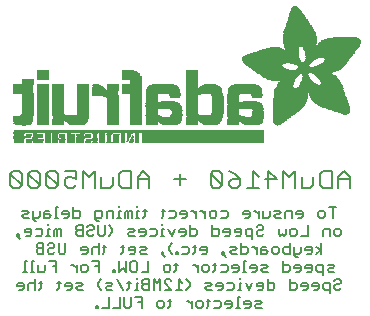
<source format=gbr>
G04 EAGLE Gerber RS-274X export*
G75*
%MOMM*%
%FSLAX34Y34*%
%LPD*%
%INSilkscreen Bottom*%
%IPPOS*%
%AMOC8*
5,1,8,0,0,1.08239X$1,22.5*%
G01*
%ADD10C,0.152400*%
%ADD11C,0.203200*%
%ADD12R,10.363200X0.025400*%
%ADD13R,0.406400X0.025400*%
%ADD14R,0.381000X0.025400*%
%ADD15R,0.457200X0.025400*%
%ADD16R,0.431800X0.025400*%
%ADD17R,0.635000X0.025400*%
%ADD18R,0.482600X0.025400*%
%ADD19R,0.889000X0.025400*%
%ADD20R,0.863600X0.025400*%
%ADD21R,0.508000X0.025400*%
%ADD22R,0.355600X0.025400*%
%ADD23R,0.025400X0.025400*%
%ADD24R,0.330200X0.025400*%
%ADD25R,0.050800X0.025400*%
%ADD26R,0.304800X0.025400*%
%ADD27R,0.076200X0.025400*%
%ADD28R,1.016000X0.025400*%
%ADD29R,1.524000X0.025400*%
%ADD30R,0.101600X0.025400*%
%ADD31R,0.279400X0.025400*%
%ADD32R,1.498600X0.025400*%
%ADD33R,0.254000X0.025400*%
%ADD34R,0.127000X0.025400*%
%ADD35R,0.965200X0.025400*%
%ADD36R,1.447800X0.025400*%
%ADD37R,0.228600X0.025400*%
%ADD38R,0.152400X0.025400*%
%ADD39R,0.812800X0.025400*%
%ADD40R,1.295400X0.025400*%
%ADD41R,0.533400X0.025400*%
%ADD42R,0.660400X0.025400*%
%ADD43R,0.609600X0.025400*%
%ADD44R,0.558800X0.025400*%
%ADD45R,0.203200X0.025400*%
%ADD46R,0.177800X0.025400*%
%ADD47R,0.914400X0.025400*%
%ADD48R,0.685800X0.025400*%
%ADD49R,0.939800X0.025400*%
%ADD50R,0.736600X0.025400*%
%ADD51R,0.990600X0.025400*%
%ADD52R,1.219200X0.025400*%
%ADD53R,1.117600X0.025400*%
%ADD54R,1.397000X0.025400*%
%ADD55R,1.244600X0.025400*%
%ADD56R,1.473200X0.025400*%
%ADD57R,0.584200X0.025400*%
%ADD58R,1.041400X0.025400*%
%ADD59R,21.209000X0.025400*%
%ADD60R,0.787400X0.025400*%
%ADD61R,1.193800X0.025400*%
%ADD62R,1.168400X0.025400*%
%ADD63R,1.092200X0.025400*%
%ADD64R,1.066800X0.025400*%
%ADD65R,1.143000X0.025400*%
%ADD66R,1.270000X0.025400*%
%ADD67R,1.320800X0.025400*%
%ADD68R,1.422400X0.025400*%
%ADD69R,1.549400X0.025400*%
%ADD70R,0.711200X0.025400*%
%ADD71R,1.625600X0.025400*%
%ADD72R,0.762000X0.025400*%
%ADD73R,1.701800X0.025400*%
%ADD74R,1.600200X0.025400*%
%ADD75R,1.727200X0.025400*%
%ADD76R,1.651000X0.025400*%
%ADD77R,0.838200X0.025400*%
%ADD78R,1.803400X0.025400*%
%ADD79R,1.574800X0.025400*%
%ADD80R,1.854200X0.025400*%
%ADD81R,1.778000X0.025400*%
%ADD82R,1.879600X0.025400*%
%ADD83R,1.930400X0.025400*%
%ADD84R,1.981200X0.025400*%
%ADD85R,1.905000X0.025400*%
%ADD86R,2.006600X0.025400*%
%ADD87R,3.048000X0.025400*%
%ADD88R,2.997200X0.025400*%
%ADD89R,2.057400X0.025400*%
%ADD90R,3.022600X0.025400*%
%ADD91R,2.032000X0.025400*%
%ADD92R,3.073400X0.025400*%
%ADD93R,1.676400X0.025400*%
%ADD94R,1.346200X0.025400*%
%ADD95R,3.098800X0.025400*%
%ADD96R,1.828800X0.025400*%
%ADD97R,2.082800X0.025400*%
%ADD98R,2.108200X0.025400*%
%ADD99R,2.159000X0.025400*%
%ADD100R,2.184400X0.025400*%
%ADD101R,2.235200X0.025400*%
%ADD102R,2.260600X0.025400*%
%ADD103R,2.311400X0.025400*%
%ADD104R,2.362200X0.025400*%
%ADD105R,2.387600X0.025400*%
%ADD106R,2.413000X0.025400*%
%ADD107R,2.438400X0.025400*%
%ADD108R,2.133600X0.025400*%
%ADD109R,2.463800X0.025400*%
%ADD110R,2.286000X0.025400*%
%ADD111R,2.514600X0.025400*%
%ADD112R,2.540000X0.025400*%
%ADD113R,2.565400X0.025400*%
%ADD114R,2.489200X0.025400*%
%ADD115R,2.590800X0.025400*%
%ADD116R,2.971800X0.025400*%
%ADD117R,2.616200X0.025400*%
%ADD118R,2.946400X0.025400*%
%ADD119R,2.641600X0.025400*%
%ADD120R,2.667000X0.025400*%
%ADD121R,2.921000X0.025400*%
%ADD122R,2.895600X0.025400*%
%ADD123R,2.717800X0.025400*%
%ADD124R,2.692400X0.025400*%
%ADD125R,2.870200X0.025400*%
%ADD126R,2.768600X0.025400*%
%ADD127R,2.743200X0.025400*%
%ADD128R,2.844800X0.025400*%
%ADD129R,2.794000X0.025400*%
%ADD130R,2.819400X0.025400*%
%ADD131R,1.371600X0.025400*%
%ADD132R,5.892800X0.025400*%
%ADD133R,5.867400X0.025400*%
%ADD134R,5.842000X0.025400*%
%ADD135R,5.816600X0.025400*%
%ADD136R,5.791200X0.025400*%
%ADD137R,4.114800X0.025400*%
%ADD138R,3.987800X0.025400*%
%ADD139R,1.955800X0.025400*%
%ADD140R,3.962400X0.025400*%
%ADD141R,3.911600X0.025400*%
%ADD142R,3.886200X0.025400*%
%ADD143R,3.835400X0.025400*%
%ADD144R,1.752600X0.025400*%
%ADD145R,3.810000X0.025400*%
%ADD146R,3.784600X0.025400*%
%ADD147R,3.733800X0.025400*%
%ADD148R,3.708400X0.025400*%
%ADD149R,3.683000X0.025400*%
%ADD150R,2.336800X0.025400*%
%ADD151R,3.657600X0.025400*%
%ADD152R,3.632200X0.025400*%
%ADD153R,3.149600X0.025400*%
%ADD154R,3.251200X0.025400*%
%ADD155R,3.276600X0.025400*%
%ADD156R,3.352800X0.025400*%
%ADD157R,3.454400X0.025400*%
%ADD158R,3.530600X0.025400*%
%ADD159R,4.241800X0.025400*%
%ADD160R,4.267200X0.025400*%
%ADD161R,4.318000X0.025400*%
%ADD162R,4.419600X0.025400*%
%ADD163R,6.400800X0.025400*%
%ADD164R,6.502400X0.025400*%
%ADD165R,6.680200X0.025400*%
%ADD166R,6.832600X0.025400*%
%ADD167R,6.858000X0.025400*%
%ADD168R,7.010400X0.025400*%
%ADD169R,7.112000X0.025400*%
%ADD170R,7.162800X0.025400*%
%ADD171R,3.860800X0.025400*%
%ADD172R,3.302000X0.025400*%
%ADD173R,2.209800X0.025400*%
%ADD174R,3.124200X0.025400*%
%ADD175R,3.200400X0.025400*%
%ADD176R,5.029200X0.025400*%
%ADD177R,5.003800X0.025400*%
%ADD178R,4.978400X0.025400*%
%ADD179R,4.953000X0.025400*%
%ADD180R,4.927600X0.025400*%
%ADD181R,4.902200X0.025400*%
%ADD182R,4.876800X0.025400*%
%ADD183R,4.851400X0.025400*%
%ADD184R,4.826000X0.025400*%
%ADD185R,4.800600X0.025400*%
%ADD186R,4.775200X0.025400*%
%ADD187R,4.749800X0.025400*%
%ADD188R,4.724400X0.025400*%
%ADD189R,4.699000X0.025400*%
%ADD190R,3.937000X0.025400*%
%ADD191R,4.648200X0.025400*%
%ADD192R,4.597400X0.025400*%
%ADD193R,4.546600X0.025400*%
%ADD194R,4.470400X0.025400*%
%ADD195R,4.013200X0.025400*%
%ADD196R,4.394200X0.025400*%
%ADD197R,4.038600X0.025400*%
%ADD198R,4.064000X0.025400*%
%ADD199R,4.089400X0.025400*%
%ADD200R,4.140200X0.025400*%
%ADD201R,4.165600X0.025400*%
%ADD202R,4.191000X0.025400*%
%ADD203R,3.759200X0.025400*%
%ADD204R,4.216400X0.025400*%
%ADD205R,3.606800X0.025400*%
%ADD206R,4.292600X0.025400*%
%ADD207R,4.368800X0.025400*%
%ADD208R,4.445000X0.025400*%
%ADD209R,4.495800X0.025400*%
%ADD210R,4.572000X0.025400*%
%ADD211R,4.622800X0.025400*%
%ADD212R,4.673600X0.025400*%
%ADD213R,3.581400X0.025400*%
%ADD214R,3.556000X0.025400*%
%ADD215R,3.479800X0.025400*%
%ADD216R,3.403600X0.025400*%
%ADD217R,3.378200X0.025400*%
%ADD218R,3.225800X0.025400*%


D10*
X359828Y120142D02*
X359828Y128785D01*
X362709Y128785D02*
X356946Y128785D01*
X351913Y120142D02*
X349032Y120142D01*
X347591Y121583D01*
X347591Y124464D01*
X349032Y125904D01*
X351913Y125904D01*
X353354Y124464D01*
X353354Y121583D01*
X351913Y120142D01*
X333203Y120142D02*
X330321Y120142D01*
X333203Y120142D02*
X334643Y121583D01*
X334643Y124464D01*
X333203Y125904D01*
X330321Y125904D01*
X328881Y124464D01*
X328881Y123023D01*
X334643Y123023D01*
X325288Y120142D02*
X325288Y125904D01*
X320966Y125904D01*
X319526Y124464D01*
X319526Y120142D01*
X315933Y120142D02*
X311611Y120142D01*
X310171Y121583D01*
X311611Y123023D01*
X314492Y123023D01*
X315933Y124464D01*
X314492Y125904D01*
X310171Y125904D01*
X306578Y125904D02*
X306578Y121583D01*
X305137Y120142D01*
X300815Y120142D01*
X300815Y125904D01*
X297222Y125904D02*
X297222Y120142D01*
X297222Y123023D02*
X294341Y125904D01*
X292901Y125904D01*
X287986Y120142D02*
X285105Y120142D01*
X287986Y120142D02*
X289426Y121583D01*
X289426Y124464D01*
X287986Y125904D01*
X285105Y125904D01*
X283664Y124464D01*
X283664Y123023D01*
X289426Y123023D01*
X269276Y125904D02*
X264954Y125904D01*
X269276Y125904D02*
X270716Y124464D01*
X270716Y121583D01*
X269276Y120142D01*
X264954Y120142D01*
X259920Y120142D02*
X257039Y120142D01*
X255599Y121583D01*
X255599Y124464D01*
X257039Y125904D01*
X259920Y125904D01*
X261361Y124464D01*
X261361Y121583D01*
X259920Y120142D01*
X252006Y120142D02*
X252006Y125904D01*
X252006Y123023D02*
X249125Y125904D01*
X247684Y125904D01*
X244210Y125904D02*
X244210Y120142D01*
X244210Y123023D02*
X241329Y125904D01*
X239888Y125904D01*
X234973Y120142D02*
X232092Y120142D01*
X234973Y120142D02*
X236414Y121583D01*
X236414Y124464D01*
X234973Y125904D01*
X232092Y125904D01*
X230652Y124464D01*
X230652Y123023D01*
X236414Y123023D01*
X225618Y125904D02*
X221296Y125904D01*
X225618Y125904D02*
X227059Y124464D01*
X227059Y121583D01*
X225618Y120142D01*
X221296Y120142D01*
X216263Y121583D02*
X216263Y127345D01*
X216263Y121583D02*
X214822Y120142D01*
X214822Y125904D02*
X217703Y125904D01*
X200671Y127345D02*
X200671Y121583D01*
X199230Y120142D01*
X199230Y125904D02*
X202111Y125904D01*
X195875Y125904D02*
X194434Y125904D01*
X194434Y120142D01*
X192994Y120142D02*
X195875Y120142D01*
X194434Y128785D02*
X194434Y130226D01*
X189638Y125904D02*
X189638Y120142D01*
X189638Y125904D02*
X188197Y125904D01*
X186757Y124464D01*
X186757Y120142D01*
X186757Y124464D02*
X185316Y125904D01*
X183876Y124464D01*
X183876Y120142D01*
X180283Y125904D02*
X178842Y125904D01*
X178842Y120142D01*
X177402Y120142D02*
X180283Y120142D01*
X178842Y128785D02*
X178842Y130226D01*
X174046Y125904D02*
X174046Y120142D01*
X174046Y125904D02*
X169724Y125904D01*
X168284Y124464D01*
X168284Y120142D01*
X161810Y117261D02*
X160369Y117261D01*
X158928Y118701D01*
X158928Y125904D01*
X163250Y125904D01*
X164691Y124464D01*
X164691Y121583D01*
X163250Y120142D01*
X158928Y120142D01*
X140218Y120142D02*
X140218Y128785D01*
X140218Y120142D02*
X144540Y120142D01*
X145980Y121583D01*
X145980Y124464D01*
X144540Y125904D01*
X140218Y125904D01*
X135185Y120142D02*
X132303Y120142D01*
X135185Y120142D02*
X136625Y121583D01*
X136625Y124464D01*
X135185Y125904D01*
X132303Y125904D01*
X130863Y124464D01*
X130863Y123023D01*
X136625Y123023D01*
X127270Y128785D02*
X125829Y128785D01*
X125829Y120142D01*
X124389Y120142D02*
X127270Y120142D01*
X119593Y125904D02*
X116711Y125904D01*
X115271Y124464D01*
X115271Y120142D01*
X119593Y120142D01*
X121033Y121583D01*
X119593Y123023D01*
X115271Y123023D01*
X111678Y121583D02*
X111678Y125904D01*
X111678Y121583D02*
X110237Y120142D01*
X105916Y120142D01*
X105916Y118701D02*
X105916Y125904D01*
X105916Y118701D02*
X107356Y117261D01*
X108797Y117261D01*
X102323Y120142D02*
X98001Y120142D01*
X96561Y121583D01*
X98001Y123023D01*
X100882Y123023D01*
X102323Y124464D01*
X100882Y125904D01*
X96561Y125904D01*
X362285Y104902D02*
X365166Y104902D01*
X362285Y104902D02*
X360844Y106343D01*
X360844Y109224D01*
X362285Y110664D01*
X365166Y110664D01*
X366607Y109224D01*
X366607Y106343D01*
X365166Y104902D01*
X357252Y104902D02*
X357252Y110664D01*
X352930Y110664D01*
X351489Y109224D01*
X351489Y104902D01*
X338541Y104902D02*
X338541Y113545D01*
X338541Y104902D02*
X332779Y104902D01*
X327745Y104902D02*
X324864Y104902D01*
X323424Y106343D01*
X323424Y109224D01*
X324864Y110664D01*
X327745Y110664D01*
X329186Y109224D01*
X329186Y106343D01*
X327745Y104902D01*
X319831Y106343D02*
X319831Y110664D01*
X319831Y106343D02*
X318390Y104902D01*
X316950Y106343D01*
X315509Y104902D01*
X314069Y106343D01*
X314069Y110664D01*
X296799Y113545D02*
X295358Y112105D01*
X296799Y113545D02*
X299680Y113545D01*
X301120Y112105D01*
X301120Y110664D01*
X299680Y109224D01*
X296799Y109224D01*
X295358Y107783D01*
X295358Y106343D01*
X296799Y104902D01*
X299680Y104902D01*
X301120Y106343D01*
X291765Y110664D02*
X291765Y102021D01*
X291765Y110664D02*
X287444Y110664D01*
X286003Y109224D01*
X286003Y106343D01*
X287444Y104902D01*
X291765Y104902D01*
X280969Y104902D02*
X278088Y104902D01*
X280969Y104902D02*
X282410Y106343D01*
X282410Y109224D01*
X280969Y110664D01*
X278088Y110664D01*
X276648Y109224D01*
X276648Y107783D01*
X282410Y107783D01*
X271614Y104902D02*
X268733Y104902D01*
X271614Y104902D02*
X273055Y106343D01*
X273055Y109224D01*
X271614Y110664D01*
X268733Y110664D01*
X267293Y109224D01*
X267293Y107783D01*
X273055Y107783D01*
X257937Y104902D02*
X257937Y113545D01*
X257937Y104902D02*
X262259Y104902D01*
X263700Y106343D01*
X263700Y109224D01*
X262259Y110664D01*
X257937Y110664D01*
X239227Y113545D02*
X239227Y104902D01*
X243549Y104902D01*
X244989Y106343D01*
X244989Y109224D01*
X243549Y110664D01*
X239227Y110664D01*
X234194Y104902D02*
X231312Y104902D01*
X234194Y104902D02*
X235634Y106343D01*
X235634Y109224D01*
X234194Y110664D01*
X231312Y110664D01*
X229872Y109224D01*
X229872Y107783D01*
X235634Y107783D01*
X226279Y110664D02*
X223398Y104902D01*
X220517Y110664D01*
X216924Y110664D02*
X215483Y110664D01*
X215483Y104902D01*
X214043Y104902D02*
X216924Y104902D01*
X215483Y113545D02*
X215483Y114986D01*
X209246Y110664D02*
X204925Y110664D01*
X209246Y110664D02*
X210687Y109224D01*
X210687Y106343D01*
X209246Y104902D01*
X204925Y104902D01*
X199891Y104902D02*
X197010Y104902D01*
X199891Y104902D02*
X201332Y106343D01*
X201332Y109224D01*
X199891Y110664D01*
X197010Y110664D01*
X195570Y109224D01*
X195570Y107783D01*
X201332Y107783D01*
X191977Y104902D02*
X187655Y104902D01*
X186214Y106343D01*
X187655Y107783D01*
X190536Y107783D01*
X191977Y109224D01*
X190536Y110664D01*
X186214Y110664D01*
X173266Y107783D02*
X170385Y104902D01*
X173266Y107783D02*
X173266Y110664D01*
X170385Y113545D01*
X167029Y113545D02*
X167029Y106343D01*
X165589Y104902D01*
X162708Y104902D01*
X161267Y106343D01*
X161267Y113545D01*
X153353Y113545D02*
X151912Y112105D01*
X153353Y113545D02*
X156234Y113545D01*
X157674Y112105D01*
X157674Y110664D01*
X156234Y109224D01*
X153353Y109224D01*
X151912Y107783D01*
X151912Y106343D01*
X153353Y104902D01*
X156234Y104902D01*
X157674Y106343D01*
X148319Y104902D02*
X148319Y113545D01*
X143997Y113545D01*
X142557Y112105D01*
X142557Y110664D01*
X143997Y109224D01*
X142557Y107783D01*
X142557Y106343D01*
X143997Y104902D01*
X148319Y104902D01*
X148319Y109224D02*
X143997Y109224D01*
X129609Y110664D02*
X129609Y104902D01*
X129609Y110664D02*
X128168Y110664D01*
X126728Y109224D01*
X126728Y104902D01*
X126728Y109224D02*
X125287Y110664D01*
X123846Y109224D01*
X123846Y104902D01*
X120253Y110664D02*
X118813Y110664D01*
X118813Y104902D01*
X120253Y104902D02*
X117372Y104902D01*
X118813Y113545D02*
X118813Y114986D01*
X112576Y110664D02*
X108254Y110664D01*
X112576Y110664D02*
X114017Y109224D01*
X114017Y106343D01*
X112576Y104902D01*
X108254Y104902D01*
X103221Y104902D02*
X100340Y104902D01*
X103221Y104902D02*
X104662Y106343D01*
X104662Y109224D01*
X103221Y110664D01*
X100340Y110664D01*
X98899Y109224D01*
X98899Y107783D01*
X104662Y107783D01*
X95306Y102021D02*
X92425Y104902D01*
X92425Y106343D01*
X93866Y106343D01*
X93866Y104902D01*
X92425Y104902D01*
X350235Y98305D02*
X350235Y89662D01*
X350235Y92543D02*
X345913Y89662D01*
X350235Y92543D02*
X345913Y95424D01*
X340999Y89662D02*
X338117Y89662D01*
X340999Y89662D02*
X342439Y91103D01*
X342439Y93984D01*
X340999Y95424D01*
X338117Y95424D01*
X336677Y93984D01*
X336677Y92543D01*
X342439Y92543D01*
X333084Y91103D02*
X333084Y95424D01*
X333084Y91103D02*
X331643Y89662D01*
X327322Y89662D01*
X327322Y88221D02*
X327322Y95424D01*
X327322Y88221D02*
X328762Y86781D01*
X330203Y86781D01*
X323729Y89662D02*
X323729Y98305D01*
X323729Y89662D02*
X319407Y89662D01*
X317967Y91103D01*
X317967Y93984D01*
X319407Y95424D01*
X323729Y95424D01*
X312933Y89662D02*
X310052Y89662D01*
X308611Y91103D01*
X308611Y93984D01*
X310052Y95424D01*
X312933Y95424D01*
X314374Y93984D01*
X314374Y91103D01*
X312933Y89662D01*
X303578Y95424D02*
X300697Y95424D01*
X299256Y93984D01*
X299256Y89662D01*
X303578Y89662D01*
X305018Y91103D01*
X303578Y92543D01*
X299256Y92543D01*
X295663Y89662D02*
X295663Y95424D01*
X295663Y92543D02*
X292782Y95424D01*
X291342Y95424D01*
X282105Y98305D02*
X282105Y89662D01*
X286427Y89662D01*
X287867Y91103D01*
X287867Y93984D01*
X286427Y95424D01*
X282105Y95424D01*
X278512Y89662D02*
X274190Y89662D01*
X272750Y91103D01*
X274190Y92543D01*
X277072Y92543D01*
X278512Y93984D01*
X277072Y95424D01*
X272750Y95424D01*
X266276Y89662D02*
X269157Y86781D01*
X266276Y89662D02*
X266276Y91103D01*
X267716Y91103D01*
X267716Y89662D01*
X266276Y89662D01*
X252124Y89662D02*
X249243Y89662D01*
X252124Y89662D02*
X253565Y91103D01*
X253565Y93984D01*
X252124Y95424D01*
X249243Y95424D01*
X247803Y93984D01*
X247803Y92543D01*
X253565Y92543D01*
X242769Y91103D02*
X242769Y96865D01*
X242769Y91103D02*
X241329Y89662D01*
X241329Y95424D02*
X244210Y95424D01*
X236532Y95424D02*
X232211Y95424D01*
X236532Y95424D02*
X237973Y93984D01*
X237973Y91103D01*
X236532Y89662D01*
X232211Y89662D01*
X228618Y89662D02*
X228618Y91103D01*
X227177Y91103D01*
X227177Y89662D01*
X228618Y89662D01*
X223940Y89662D02*
X221059Y92543D01*
X221059Y95424D01*
X223940Y98305D01*
X214822Y89662D02*
X217703Y86781D01*
X214822Y89662D02*
X214822Y91103D01*
X216263Y91103D01*
X216263Y89662D01*
X214822Y89662D01*
X202111Y89662D02*
X197790Y89662D01*
X196349Y91103D01*
X197790Y92543D01*
X200671Y92543D01*
X202111Y93984D01*
X200671Y95424D01*
X196349Y95424D01*
X191316Y89662D02*
X188435Y89662D01*
X191316Y89662D02*
X192756Y91103D01*
X192756Y93984D01*
X191316Y95424D01*
X188435Y95424D01*
X186994Y93984D01*
X186994Y92543D01*
X192756Y92543D01*
X181960Y91103D02*
X181960Y96865D01*
X181960Y91103D02*
X180520Y89662D01*
X180520Y95424D02*
X183401Y95424D01*
X166369Y96865D02*
X166369Y91103D01*
X164928Y89662D01*
X164928Y95424D02*
X167809Y95424D01*
X161572Y98305D02*
X161572Y89662D01*
X161572Y93984D02*
X160132Y95424D01*
X157251Y95424D01*
X155810Y93984D01*
X155810Y89662D01*
X150777Y89662D02*
X147895Y89662D01*
X150777Y89662D02*
X152217Y91103D01*
X152217Y93984D01*
X150777Y95424D01*
X147895Y95424D01*
X146455Y93984D01*
X146455Y92543D01*
X152217Y92543D01*
X133507Y91103D02*
X133507Y98305D01*
X133507Y91103D02*
X132066Y89662D01*
X129185Y89662D01*
X127744Y91103D01*
X127744Y98305D01*
X119830Y98305D02*
X118389Y96865D01*
X119830Y98305D02*
X122711Y98305D01*
X124152Y96865D01*
X124152Y95424D01*
X122711Y93984D01*
X119830Y93984D01*
X118389Y92543D01*
X118389Y91103D01*
X119830Y89662D01*
X122711Y89662D01*
X124152Y91103D01*
X114796Y89662D02*
X114796Y98305D01*
X110475Y98305D01*
X109034Y96865D01*
X109034Y95424D01*
X110475Y93984D01*
X109034Y92543D01*
X109034Y91103D01*
X110475Y89662D01*
X114796Y89662D01*
X114796Y93984D02*
X110475Y93984D01*
X356828Y74422D02*
X361150Y74422D01*
X356828Y74422D02*
X355387Y75863D01*
X356828Y77303D01*
X359709Y77303D01*
X361150Y78744D01*
X359709Y80184D01*
X355387Y80184D01*
X351794Y80184D02*
X351794Y71541D01*
X351794Y80184D02*
X347473Y80184D01*
X346032Y78744D01*
X346032Y75863D01*
X347473Y74422D01*
X351794Y74422D01*
X340999Y74422D02*
X338117Y74422D01*
X340999Y74422D02*
X342439Y75863D01*
X342439Y78744D01*
X340999Y80184D01*
X338117Y80184D01*
X336677Y78744D01*
X336677Y77303D01*
X342439Y77303D01*
X331643Y74422D02*
X328762Y74422D01*
X331643Y74422D02*
X333084Y75863D01*
X333084Y78744D01*
X331643Y80184D01*
X328762Y80184D01*
X327322Y78744D01*
X327322Y77303D01*
X333084Y77303D01*
X317967Y74422D02*
X317967Y83065D01*
X317967Y74422D02*
X322288Y74422D01*
X323729Y75863D01*
X323729Y78744D01*
X322288Y80184D01*
X317967Y80184D01*
X305018Y74422D02*
X300697Y74422D01*
X299256Y75863D01*
X300697Y77303D01*
X303578Y77303D01*
X305018Y78744D01*
X303578Y80184D01*
X299256Y80184D01*
X294223Y74422D02*
X291342Y74422D01*
X294223Y74422D02*
X295663Y75863D01*
X295663Y78744D01*
X294223Y80184D01*
X291342Y80184D01*
X289901Y78744D01*
X289901Y77303D01*
X295663Y77303D01*
X286308Y83065D02*
X284867Y83065D01*
X284867Y74422D01*
X283427Y74422D02*
X286308Y74422D01*
X278631Y74422D02*
X275750Y74422D01*
X278631Y74422D02*
X280071Y75863D01*
X280071Y78744D01*
X278631Y80184D01*
X275750Y80184D01*
X274309Y78744D01*
X274309Y77303D01*
X280071Y77303D01*
X269276Y80184D02*
X264954Y80184D01*
X269276Y80184D02*
X270716Y78744D01*
X270716Y75863D01*
X269276Y74422D01*
X264954Y74422D01*
X259920Y75863D02*
X259920Y81625D01*
X259920Y75863D02*
X258480Y74422D01*
X258480Y80184D02*
X261361Y80184D01*
X253684Y74422D02*
X250802Y74422D01*
X249362Y75863D01*
X249362Y78744D01*
X250802Y80184D01*
X253684Y80184D01*
X255124Y78744D01*
X255124Y75863D01*
X253684Y74422D01*
X245769Y74422D02*
X245769Y80184D01*
X245769Y77303D02*
X242888Y80184D01*
X241447Y80184D01*
X227177Y81625D02*
X227177Y75863D01*
X225737Y74422D01*
X225737Y80184D02*
X228618Y80184D01*
X220940Y74422D02*
X218059Y74422D01*
X216619Y75863D01*
X216619Y78744D01*
X218059Y80184D01*
X220940Y80184D01*
X222381Y78744D01*
X222381Y75863D01*
X220940Y74422D01*
X203671Y74422D02*
X203671Y83065D01*
X203671Y74422D02*
X197908Y74422D01*
X192875Y83065D02*
X189994Y83065D01*
X192875Y83065D02*
X194315Y81625D01*
X194315Y75863D01*
X192875Y74422D01*
X189994Y74422D01*
X188553Y75863D01*
X188553Y81625D01*
X189994Y83065D01*
X184960Y83065D02*
X184960Y74422D01*
X182079Y77303D01*
X179198Y74422D01*
X179198Y83065D01*
X175605Y75863D02*
X175605Y74422D01*
X175605Y75863D02*
X174164Y75863D01*
X174164Y74422D01*
X175605Y74422D01*
X161572Y74422D02*
X161572Y83065D01*
X155810Y83065D01*
X158691Y78744D02*
X161572Y78744D01*
X150777Y74422D02*
X147895Y74422D01*
X146455Y75863D01*
X146455Y78744D01*
X147895Y80184D01*
X150777Y80184D01*
X152217Y78744D01*
X152217Y75863D01*
X150777Y74422D01*
X142862Y74422D02*
X142862Y80184D01*
X142862Y77303D02*
X139981Y80184D01*
X138540Y80184D01*
X125711Y83065D02*
X125711Y74422D01*
X125711Y83065D02*
X119948Y83065D01*
X122830Y78744D02*
X125711Y78744D01*
X116356Y80184D02*
X116356Y75863D01*
X114915Y74422D01*
X110593Y74422D01*
X110593Y80184D01*
X107000Y83065D02*
X105560Y83065D01*
X105560Y74422D01*
X107000Y74422D02*
X104119Y74422D01*
X100764Y83065D02*
X99323Y83065D01*
X99323Y74422D01*
X100764Y74422D02*
X97882Y74422D01*
X360844Y66385D02*
X362285Y67825D01*
X365166Y67825D01*
X366607Y66385D01*
X366607Y64944D01*
X365166Y63504D01*
X362285Y63504D01*
X360844Y62063D01*
X360844Y60623D01*
X362285Y59182D01*
X365166Y59182D01*
X366607Y60623D01*
X357252Y64944D02*
X357252Y56301D01*
X357252Y64944D02*
X352930Y64944D01*
X351489Y63504D01*
X351489Y60623D01*
X352930Y59182D01*
X357252Y59182D01*
X346456Y59182D02*
X343575Y59182D01*
X346456Y59182D02*
X347896Y60623D01*
X347896Y63504D01*
X346456Y64944D01*
X343575Y64944D01*
X342134Y63504D01*
X342134Y62063D01*
X347896Y62063D01*
X337101Y59182D02*
X334219Y59182D01*
X337101Y59182D02*
X338541Y60623D01*
X338541Y63504D01*
X337101Y64944D01*
X334219Y64944D01*
X332779Y63504D01*
X332779Y62063D01*
X338541Y62063D01*
X323424Y59182D02*
X323424Y67825D01*
X323424Y59182D02*
X327745Y59182D01*
X329186Y60623D01*
X329186Y63504D01*
X327745Y64944D01*
X323424Y64944D01*
X304713Y67825D02*
X304713Y59182D01*
X309035Y59182D01*
X310476Y60623D01*
X310476Y63504D01*
X309035Y64944D01*
X304713Y64944D01*
X299680Y59182D02*
X296799Y59182D01*
X299680Y59182D02*
X301120Y60623D01*
X301120Y63504D01*
X299680Y64944D01*
X296799Y64944D01*
X295358Y63504D01*
X295358Y62063D01*
X301120Y62063D01*
X291765Y64944D02*
X288884Y59182D01*
X286003Y64944D01*
X282410Y64944D02*
X280969Y64944D01*
X280969Y59182D01*
X279529Y59182D02*
X282410Y59182D01*
X280969Y67825D02*
X280969Y69266D01*
X274733Y64944D02*
X270411Y64944D01*
X274733Y64944D02*
X276173Y63504D01*
X276173Y60623D01*
X274733Y59182D01*
X270411Y59182D01*
X265378Y59182D02*
X262496Y59182D01*
X265378Y59182D02*
X266818Y60623D01*
X266818Y63504D01*
X265378Y64944D01*
X262496Y64944D01*
X261056Y63504D01*
X261056Y62063D01*
X266818Y62063D01*
X257463Y59182D02*
X253141Y59182D01*
X251701Y60623D01*
X253141Y62063D01*
X256022Y62063D01*
X257463Y63504D01*
X256022Y64944D01*
X251701Y64944D01*
X238753Y62063D02*
X235871Y59182D01*
X238753Y62063D02*
X238753Y64944D01*
X235871Y67825D01*
X232516Y64944D02*
X229635Y67825D01*
X229635Y59182D01*
X232516Y59182D02*
X226753Y59182D01*
X223161Y59182D02*
X217398Y59182D01*
X217398Y64944D02*
X223161Y59182D01*
X217398Y64944D02*
X217398Y66385D01*
X218839Y67825D01*
X221720Y67825D01*
X223161Y66385D01*
X213805Y67825D02*
X213805Y59182D01*
X210924Y64944D02*
X213805Y67825D01*
X210924Y64944D02*
X208043Y67825D01*
X208043Y59182D01*
X204450Y59182D02*
X204450Y67825D01*
X200128Y67825D01*
X198688Y66385D01*
X198688Y64944D01*
X200128Y63504D01*
X198688Y62063D01*
X198688Y60623D01*
X200128Y59182D01*
X204450Y59182D01*
X204450Y63504D02*
X200128Y63504D01*
X195095Y64944D02*
X193654Y64944D01*
X193654Y59182D01*
X192214Y59182D02*
X195095Y59182D01*
X193654Y67825D02*
X193654Y69266D01*
X187418Y66385D02*
X187418Y60623D01*
X185977Y59182D01*
X185977Y64944D02*
X188858Y64944D01*
X182621Y59182D02*
X176859Y67825D01*
X173266Y59182D02*
X168945Y59182D01*
X167504Y60623D01*
X168945Y62063D01*
X171826Y62063D01*
X173266Y63504D01*
X171826Y64944D01*
X167504Y64944D01*
X163911Y59182D02*
X161030Y62063D01*
X161030Y64944D01*
X163911Y67825D01*
X148319Y59182D02*
X143997Y59182D01*
X142557Y60623D01*
X143997Y62063D01*
X146879Y62063D01*
X148319Y63504D01*
X146879Y64944D01*
X142557Y64944D01*
X137523Y59182D02*
X134642Y59182D01*
X137523Y59182D02*
X138964Y60623D01*
X138964Y63504D01*
X137523Y64944D01*
X134642Y64944D01*
X133202Y63504D01*
X133202Y62063D01*
X138964Y62063D01*
X128168Y60623D02*
X128168Y66385D01*
X128168Y60623D02*
X126728Y59182D01*
X126728Y64944D02*
X129609Y64944D01*
X112576Y66385D02*
X112576Y60623D01*
X111136Y59182D01*
X111136Y64944D02*
X114017Y64944D01*
X107780Y67825D02*
X107780Y59182D01*
X107780Y63504D02*
X106339Y64944D01*
X103458Y64944D01*
X102018Y63504D01*
X102018Y59182D01*
X96984Y59182D02*
X94103Y59182D01*
X96984Y59182D02*
X98425Y60623D01*
X98425Y63504D01*
X96984Y64944D01*
X94103Y64944D01*
X92663Y63504D01*
X92663Y62063D01*
X98425Y62063D01*
X295239Y43942D02*
X299561Y43942D01*
X295239Y43942D02*
X293799Y45383D01*
X295239Y46823D01*
X298121Y46823D01*
X299561Y48264D01*
X298121Y49704D01*
X293799Y49704D01*
X288765Y43942D02*
X285884Y43942D01*
X288765Y43942D02*
X290206Y45383D01*
X290206Y48264D01*
X288765Y49704D01*
X285884Y49704D01*
X284444Y48264D01*
X284444Y46823D01*
X290206Y46823D01*
X280851Y52585D02*
X279410Y52585D01*
X279410Y43942D01*
X277970Y43942D02*
X280851Y43942D01*
X273173Y43942D02*
X270292Y43942D01*
X273173Y43942D02*
X274614Y45383D01*
X274614Y48264D01*
X273173Y49704D01*
X270292Y49704D01*
X268852Y48264D01*
X268852Y46823D01*
X274614Y46823D01*
X263818Y49704D02*
X259497Y49704D01*
X263818Y49704D02*
X265259Y48264D01*
X265259Y45383D01*
X263818Y43942D01*
X259497Y43942D01*
X254463Y45383D02*
X254463Y51145D01*
X254463Y45383D02*
X253023Y43942D01*
X253023Y49704D02*
X255904Y49704D01*
X248226Y43942D02*
X245345Y43942D01*
X243905Y45383D01*
X243905Y48264D01*
X245345Y49704D01*
X248226Y49704D01*
X249667Y48264D01*
X249667Y45383D01*
X248226Y43942D01*
X240312Y43942D02*
X240312Y49704D01*
X240312Y46823D02*
X237431Y49704D01*
X235990Y49704D01*
X221720Y51145D02*
X221720Y45383D01*
X220279Y43942D01*
X220279Y49704D02*
X223161Y49704D01*
X215483Y43942D02*
X212602Y43942D01*
X211161Y45383D01*
X211161Y48264D01*
X212602Y49704D01*
X215483Y49704D01*
X216924Y48264D01*
X216924Y45383D01*
X215483Y43942D01*
X198213Y43942D02*
X198213Y52585D01*
X192451Y52585D01*
X195332Y48264D02*
X198213Y48264D01*
X188858Y45383D02*
X188858Y52585D01*
X188858Y45383D02*
X187418Y43942D01*
X184536Y43942D01*
X183096Y45383D01*
X183096Y52585D01*
X179503Y52585D02*
X179503Y43942D01*
X173741Y43942D01*
X170148Y43942D02*
X170148Y52585D01*
X170148Y43942D02*
X164386Y43942D01*
X160793Y43942D02*
X160793Y45383D01*
X159352Y45383D01*
X159352Y43942D01*
X160793Y43942D01*
D11*
X374227Y145034D02*
X374227Y154864D01*
X369312Y159779D01*
X364397Y154864D01*
X364397Y145034D01*
X364397Y152406D02*
X374227Y152406D01*
X358791Y159779D02*
X358791Y145034D01*
X351418Y145034D01*
X348961Y147491D01*
X348961Y157321D01*
X351418Y159779D01*
X358791Y159779D01*
X343355Y154864D02*
X343355Y147491D01*
X340897Y145034D01*
X333525Y145034D01*
X333525Y154864D01*
X327919Y159779D02*
X327919Y145034D01*
X323004Y154864D02*
X327919Y159779D01*
X323004Y154864D02*
X318089Y159779D01*
X318089Y145034D01*
X305110Y145034D02*
X305110Y159779D01*
X312482Y152406D01*
X302653Y152406D01*
X297046Y154864D02*
X292132Y159779D01*
X292132Y145034D01*
X297046Y145034D02*
X287217Y145034D01*
X276695Y157321D02*
X271781Y159779D01*
X276695Y157321D02*
X281610Y152406D01*
X281610Y147491D01*
X279153Y145034D01*
X274238Y145034D01*
X271781Y147491D01*
X271781Y149949D01*
X274238Y152406D01*
X281610Y152406D01*
X266174Y147491D02*
X266174Y157321D01*
X263717Y159779D01*
X258802Y159779D01*
X256345Y157321D01*
X256345Y147491D01*
X258802Y145034D01*
X263717Y145034D01*
X266174Y147491D01*
X256345Y157321D01*
X235302Y152406D02*
X225472Y152406D01*
X230387Y157321D02*
X230387Y147491D01*
X204430Y145034D02*
X204430Y154864D01*
X199515Y159779D01*
X194600Y154864D01*
X194600Y145034D01*
X194600Y152406D02*
X204430Y152406D01*
X188994Y159779D02*
X188994Y145034D01*
X181622Y145034D01*
X179164Y147491D01*
X179164Y157321D01*
X181622Y159779D01*
X188994Y159779D01*
X173558Y154864D02*
X173558Y147491D01*
X171100Y145034D01*
X163728Y145034D01*
X163728Y154864D01*
X158122Y159779D02*
X158122Y145034D01*
X153207Y154864D02*
X158122Y159779D01*
X153207Y154864D02*
X148292Y159779D01*
X148292Y145034D01*
X142686Y159779D02*
X132856Y159779D01*
X142686Y159779D02*
X142686Y152406D01*
X137771Y154864D01*
X135313Y154864D01*
X132856Y152406D01*
X132856Y147491D01*
X135313Y145034D01*
X140228Y145034D01*
X142686Y147491D01*
X127250Y147491D02*
X127250Y157321D01*
X124792Y159779D01*
X119877Y159779D01*
X117420Y157321D01*
X117420Y147491D01*
X119877Y145034D01*
X124792Y145034D01*
X127250Y147491D01*
X117420Y157321D01*
X111814Y157321D02*
X111814Y147491D01*
X111814Y157321D02*
X109356Y159779D01*
X104441Y159779D01*
X101984Y157321D01*
X101984Y147491D01*
X104441Y145034D01*
X109356Y145034D01*
X111814Y147491D01*
X101984Y157321D01*
X96378Y157321D02*
X96378Y147491D01*
X96378Y157321D02*
X93920Y159779D01*
X89005Y159779D01*
X86548Y157321D01*
X86548Y147491D01*
X89005Y145034D01*
X93920Y145034D01*
X96378Y147491D01*
X86548Y157321D01*
D12*
X249809Y182880D03*
D13*
X194437Y182880D03*
X189103Y182880D03*
D14*
X182372Y182880D03*
D13*
X176911Y182880D03*
D15*
X170815Y182880D03*
D14*
X164592Y182880D03*
D16*
X158750Y182880D03*
D15*
X152781Y182880D03*
D17*
X145796Y182880D03*
X137922Y182880D03*
D18*
X130810Y182880D03*
D16*
X124714Y182880D03*
X118872Y182880D03*
D19*
X110490Y182880D03*
D15*
X102235Y182880D03*
D19*
X93980Y182880D03*
D12*
X249809Y183134D03*
D13*
X194437Y183134D03*
D14*
X189230Y183134D03*
X182372Y183134D03*
D15*
X176657Y183134D03*
D16*
X170688Y183134D03*
D15*
X164719Y183134D03*
D16*
X158750Y183134D03*
D15*
X152781Y183134D03*
D17*
X145796Y183134D03*
X137922Y183134D03*
D18*
X130810Y183134D03*
D16*
X124714Y183134D03*
X118872Y183134D03*
D19*
X110490Y183134D03*
D18*
X102362Y183134D03*
D19*
X93980Y183134D03*
D12*
X249809Y183388D03*
D13*
X194437Y183388D03*
D14*
X189230Y183388D03*
X182372Y183388D03*
D18*
X176530Y183388D03*
D13*
X170561Y183388D03*
D18*
X164592Y183388D03*
D16*
X158750Y183388D03*
D18*
X152908Y183388D03*
D17*
X145796Y183388D03*
X137922Y183388D03*
D18*
X130810Y183388D03*
D16*
X124714Y183388D03*
X118872Y183388D03*
D20*
X110617Y183388D03*
D21*
X102235Y183388D03*
D19*
X93980Y183388D03*
D12*
X249809Y183642D03*
D13*
X194437Y183642D03*
D22*
X189357Y183642D03*
D14*
X182372Y183642D03*
D18*
X176530Y183642D03*
D13*
X170561Y183642D03*
D18*
X164592Y183642D03*
D14*
X158750Y183642D03*
D18*
X152908Y183642D03*
D17*
X145796Y183642D03*
X137922Y183642D03*
D18*
X130810Y183642D03*
D16*
X124714Y183642D03*
X118872Y183642D03*
D20*
X110617Y183642D03*
D21*
X102235Y183642D03*
D19*
X93980Y183642D03*
D12*
X249809Y183896D03*
D13*
X194437Y183896D03*
D22*
X189357Y183896D03*
D23*
X185928Y183896D03*
D14*
X182372Y183896D03*
D18*
X176530Y183896D03*
D13*
X170561Y183896D03*
D18*
X164592Y183896D03*
D14*
X158750Y183896D03*
D18*
X152908Y183896D03*
D17*
X145796Y183896D03*
X137922Y183896D03*
D18*
X130810Y183896D03*
D16*
X124714Y183896D03*
X118872Y183896D03*
D20*
X110617Y183896D03*
D21*
X102235Y183896D03*
D19*
X93980Y183896D03*
D12*
X249809Y184150D03*
D13*
X194437Y184150D03*
D24*
X189484Y184150D03*
D25*
X186055Y184150D03*
D14*
X182372Y184150D03*
D18*
X176530Y184150D03*
D13*
X170561Y184150D03*
D18*
X164592Y184150D03*
D14*
X158750Y184150D03*
D18*
X152908Y184150D03*
D17*
X145796Y184150D03*
X137922Y184150D03*
D15*
X130937Y184150D03*
D16*
X124714Y184150D03*
X118872Y184150D03*
D20*
X110617Y184150D03*
D21*
X102235Y184150D03*
D20*
X93853Y184150D03*
D12*
X249809Y184404D03*
D13*
X194437Y184404D03*
D24*
X189484Y184404D03*
D25*
X186055Y184404D03*
D14*
X182372Y184404D03*
D18*
X176530Y184404D03*
D13*
X170561Y184404D03*
D18*
X164592Y184404D03*
D14*
X158750Y184404D03*
D18*
X152908Y184404D03*
D17*
X145796Y184404D03*
X137922Y184404D03*
D15*
X130937Y184404D03*
D16*
X124714Y184404D03*
X118872Y184404D03*
D20*
X110617Y184404D03*
D21*
X102235Y184404D03*
D20*
X93853Y184404D03*
D12*
X249809Y184658D03*
D13*
X194437Y184658D03*
D26*
X189611Y184658D03*
D27*
X186182Y184658D03*
D14*
X182372Y184658D03*
D18*
X176530Y184658D03*
D13*
X170561Y184658D03*
D18*
X164592Y184658D03*
D28*
X155575Y184658D03*
D17*
X145796Y184658D03*
X137922Y184658D03*
D15*
X130937Y184658D03*
X124841Y184658D03*
D16*
X118872Y184658D03*
D29*
X107315Y184658D03*
D20*
X93853Y184658D03*
D12*
X249809Y184912D03*
D13*
X194437Y184912D03*
D26*
X189611Y184912D03*
D30*
X186309Y184912D03*
D14*
X182372Y184912D03*
D18*
X176530Y184912D03*
D14*
X170434Y184912D03*
D18*
X164592Y184912D03*
D28*
X155575Y184912D03*
D17*
X145796Y184912D03*
X137922Y184912D03*
D15*
X130937Y184912D03*
X124841Y184912D03*
D16*
X118872Y184912D03*
D29*
X107315Y184912D03*
D19*
X93980Y184912D03*
D12*
X249809Y185166D03*
D13*
X194437Y185166D03*
D31*
X189738Y185166D03*
D30*
X186309Y185166D03*
D14*
X182372Y185166D03*
D21*
X176403Y185166D03*
D14*
X170434Y185166D03*
D18*
X164592Y185166D03*
D28*
X155575Y185166D03*
D17*
X145796Y185166D03*
X137922Y185166D03*
D15*
X130937Y185166D03*
X124841Y185166D03*
D16*
X118872Y185166D03*
D32*
X107442Y185166D03*
D19*
X93980Y185166D03*
D12*
X249809Y185420D03*
D13*
X194437Y185420D03*
D31*
X189738Y185420D03*
D30*
X186309Y185420D03*
D14*
X182372Y185420D03*
D21*
X176403Y185420D03*
D14*
X170434Y185420D03*
D18*
X164592Y185420D03*
D28*
X155575Y185420D03*
D17*
X145796Y185420D03*
X137922Y185420D03*
D16*
X131064Y185420D03*
D18*
X124968Y185420D03*
D16*
X118872Y185420D03*
D32*
X107442Y185420D03*
D19*
X93980Y185420D03*
D12*
X249809Y185674D03*
D13*
X194437Y185674D03*
D33*
X189865Y185674D03*
D34*
X186436Y185674D03*
D14*
X182372Y185674D03*
D21*
X176403Y185674D03*
D14*
X170434Y185674D03*
D18*
X164592Y185674D03*
D35*
X155829Y185674D03*
D17*
X145796Y185674D03*
X137922Y185674D03*
D18*
X124968Y185674D03*
D16*
X118872Y185674D03*
D36*
X107696Y185674D03*
D19*
X93980Y185674D03*
D12*
X249809Y185928D03*
D13*
X194437Y185928D03*
D37*
X189992Y185928D03*
D38*
X186563Y185928D03*
D14*
X182372Y185928D03*
D21*
X176403Y185928D03*
D14*
X170434Y185928D03*
D18*
X164592Y185928D03*
D39*
X156591Y185928D03*
D17*
X145796Y185928D03*
X137922Y185928D03*
D21*
X125095Y185928D03*
D16*
X118872Y185928D03*
D40*
X108458Y185928D03*
D19*
X93980Y185928D03*
D12*
X249809Y186182D03*
D13*
X194437Y186182D03*
D37*
X189992Y186182D03*
D38*
X186563Y186182D03*
D14*
X182372Y186182D03*
D21*
X176403Y186182D03*
D14*
X170434Y186182D03*
D18*
X164592Y186182D03*
D41*
X157988Y186182D03*
D42*
X145923Y186182D03*
D17*
X137922Y186182D03*
D43*
X125603Y186182D03*
D16*
X118872Y186182D03*
D44*
X107569Y186182D03*
D19*
X93980Y186182D03*
D12*
X249809Y186436D03*
D13*
X194437Y186436D03*
D45*
X190119Y186436D03*
D46*
X186690Y186436D03*
D14*
X182372Y186436D03*
D21*
X176403Y186436D03*
D14*
X170434Y186436D03*
D18*
X164592Y186436D03*
D15*
X158369Y186436D03*
D42*
X145923Y186436D03*
D17*
X137922Y186436D03*
D44*
X125349Y186436D03*
D16*
X118872Y186436D03*
D18*
X107950Y186436D03*
D47*
X94107Y186436D03*
D12*
X249809Y186690D03*
D13*
X194437Y186690D03*
D45*
X190119Y186690D03*
D46*
X186690Y186690D03*
D14*
X182372Y186690D03*
D21*
X176403Y186690D03*
D14*
X170434Y186690D03*
D18*
X164592Y186690D03*
D15*
X158369Y186690D03*
D48*
X146050Y186690D03*
D17*
X137922Y186690D03*
D21*
X125095Y186690D03*
D16*
X118872Y186690D03*
D18*
X107950Y186690D03*
D49*
X94234Y186690D03*
D12*
X249809Y186944D03*
D13*
X194437Y186944D03*
D46*
X190246Y186944D03*
X186690Y186944D03*
D14*
X182372Y186944D03*
D21*
X176403Y186944D03*
D14*
X170434Y186944D03*
D18*
X164592Y186944D03*
D16*
X158496Y186944D03*
D50*
X146304Y186944D03*
D17*
X137922Y186944D03*
D13*
X131191Y186944D03*
D18*
X124968Y186944D03*
D16*
X118872Y186944D03*
D15*
X108077Y186944D03*
D51*
X94488Y186944D03*
D12*
X249809Y187198D03*
D13*
X194437Y187198D03*
D46*
X190246Y187198D03*
D45*
X186817Y187198D03*
D14*
X182372Y187198D03*
D21*
X176403Y187198D03*
D14*
X170434Y187198D03*
D18*
X164592Y187198D03*
D13*
X158623Y187198D03*
D35*
X147447Y187198D03*
D17*
X137922Y187198D03*
D15*
X130937Y187198D03*
X124841Y187198D03*
D16*
X118872Y187198D03*
D15*
X108077Y187198D03*
D52*
X95631Y187198D03*
D12*
X249809Y187452D03*
D13*
X194437Y187452D03*
D38*
X190373Y187452D03*
D37*
X186944Y187452D03*
D14*
X182372Y187452D03*
D21*
X176403Y187452D03*
D14*
X170434Y187452D03*
D18*
X164592Y187452D03*
D13*
X158623Y187452D03*
D53*
X148209Y187452D03*
D17*
X137922Y187452D03*
D15*
X130937Y187452D03*
X124841Y187452D03*
D16*
X118872Y187452D03*
D47*
X110363Y187452D03*
D54*
X96520Y187452D03*
D12*
X249809Y187706D03*
D13*
X194437Y187706D03*
D38*
X190373Y187706D03*
D37*
X186944Y187706D03*
D14*
X182372Y187706D03*
D21*
X176403Y187706D03*
D14*
X170434Y187706D03*
D18*
X164592Y187706D03*
D13*
X158623Y187706D03*
D55*
X148844Y187706D03*
D17*
X137922Y187706D03*
D18*
X130810Y187706D03*
D16*
X124714Y187706D03*
X118872Y187706D03*
D19*
X110490Y187706D03*
D56*
X96901Y187706D03*
D12*
X249809Y187960D03*
D13*
X194437Y187960D03*
D34*
X190500Y187960D03*
D33*
X187071Y187960D03*
D14*
X182372Y187960D03*
D18*
X176530Y187960D03*
D14*
X170434Y187960D03*
D18*
X164592Y187960D03*
D13*
X158623Y187960D03*
D55*
X148844Y187960D03*
D17*
X137922Y187960D03*
D18*
X130810Y187960D03*
D16*
X124714Y187960D03*
X118872Y187960D03*
D19*
X110490Y187960D03*
D32*
X97028Y187960D03*
D12*
X249809Y188214D03*
D13*
X194437Y188214D03*
D34*
X190500Y188214D03*
D33*
X187071Y188214D03*
D14*
X182372Y188214D03*
D18*
X176530Y188214D03*
D14*
X170434Y188214D03*
D18*
X164592Y188214D03*
D13*
X158623Y188214D03*
D55*
X148844Y188214D03*
D17*
X137922Y188214D03*
D18*
X130810Y188214D03*
D16*
X124714Y188214D03*
X118872Y188214D03*
D19*
X110490Y188214D03*
D32*
X97028Y188214D03*
D12*
X249809Y188468D03*
D13*
X194437Y188468D03*
D30*
X190627Y188468D03*
D31*
X187198Y188468D03*
D14*
X182372Y188468D03*
D18*
X176530Y188468D03*
D13*
X170561Y188468D03*
D18*
X164592Y188468D03*
D13*
X158623Y188468D03*
D55*
X148844Y188468D03*
D17*
X137922Y188468D03*
D18*
X130810Y188468D03*
D16*
X124714Y188468D03*
X118872Y188468D03*
D19*
X110490Y188468D03*
D32*
X97028Y188468D03*
D12*
X249809Y188722D03*
D13*
X194437Y188722D03*
D30*
X190627Y188722D03*
D31*
X187198Y188722D03*
D14*
X182372Y188722D03*
D18*
X176530Y188722D03*
D13*
X170561Y188722D03*
D18*
X164592Y188722D03*
D13*
X158623Y188722D03*
D55*
X148844Y188722D03*
D17*
X137922Y188722D03*
D18*
X130810Y188722D03*
D16*
X124714Y188722D03*
X118872Y188722D03*
D19*
X110490Y188722D03*
D32*
X97028Y188722D03*
D12*
X249809Y188976D03*
D13*
X194437Y188976D03*
D27*
X190754Y188976D03*
D26*
X187325Y188976D03*
D14*
X182372Y188976D03*
D18*
X176530Y188976D03*
D13*
X170561Y188976D03*
D18*
X164592Y188976D03*
D13*
X158623Y188976D03*
D15*
X152781Y188976D03*
D42*
X145923Y188976D03*
D17*
X137922Y188976D03*
D18*
X130810Y188976D03*
D16*
X124714Y188976D03*
X118872Y188976D03*
D19*
X110490Y188976D03*
D15*
X102235Y188976D03*
D19*
X93980Y188976D03*
D12*
X249809Y189230D03*
D13*
X194437Y189230D03*
D27*
X190754Y189230D03*
D26*
X187325Y189230D03*
D14*
X182372Y189230D03*
D18*
X176530Y189230D03*
D13*
X170561Y189230D03*
D18*
X164592Y189230D03*
D13*
X158623Y189230D03*
D16*
X152908Y189230D03*
D42*
X145923Y189230D03*
D17*
X137922Y189230D03*
D18*
X130810Y189230D03*
D16*
X124714Y189230D03*
X118872Y189230D03*
D19*
X110490Y189230D03*
D15*
X102235Y189230D03*
D19*
X93980Y189230D03*
D12*
X249809Y189484D03*
D13*
X194437Y189484D03*
D27*
X190754Y189484D03*
D24*
X187452Y189484D03*
D14*
X182372Y189484D03*
D18*
X176530Y189484D03*
D13*
X170561Y189484D03*
D18*
X164592Y189484D03*
D13*
X158623Y189484D03*
D16*
X152908Y189484D03*
D42*
X145923Y189484D03*
D17*
X137922Y189484D03*
D18*
X130810Y189484D03*
D16*
X124714Y189484D03*
X118872Y189484D03*
D19*
X110490Y189484D03*
D15*
X102235Y189484D03*
D19*
X93980Y189484D03*
D12*
X249809Y189738D03*
D13*
X194437Y189738D03*
D22*
X187579Y189738D03*
D14*
X182372Y189738D03*
D18*
X176530Y189738D03*
D13*
X170561Y189738D03*
D18*
X164592Y189738D03*
D13*
X158623Y189738D03*
D16*
X152908Y189738D03*
D42*
X145923Y189738D03*
D17*
X137922Y189738D03*
D18*
X130810Y189738D03*
D16*
X124714Y189738D03*
X118872Y189738D03*
D19*
X110490Y189738D03*
D15*
X102235Y189738D03*
D19*
X93980Y189738D03*
D12*
X249809Y189992D03*
D13*
X194437Y189992D03*
D22*
X187579Y189992D03*
D14*
X182372Y189992D03*
D15*
X176657Y189992D03*
D16*
X170688Y189992D03*
D18*
X164592Y189992D03*
D13*
X158623Y189992D03*
D16*
X152908Y189992D03*
D42*
X145923Y189992D03*
D17*
X137922Y189992D03*
D15*
X130937Y189992D03*
D16*
X124714Y189992D03*
X118872Y189992D03*
D19*
X110490Y189992D03*
D15*
X102235Y189992D03*
D19*
X93980Y189992D03*
D12*
X249809Y190246D03*
D13*
X194437Y190246D03*
D22*
X187579Y190246D03*
D14*
X182372Y190246D03*
D16*
X176784Y190246D03*
X170688Y190246D03*
D18*
X164592Y190246D03*
D13*
X158623Y190246D03*
D16*
X152908Y190246D03*
D42*
X145923Y190246D03*
D17*
X137922Y190246D03*
D15*
X130937Y190246D03*
D16*
X124714Y190246D03*
X118872Y190246D03*
D47*
X110363Y190246D03*
D15*
X102235Y190246D03*
D19*
X93980Y190246D03*
D12*
X249809Y190500D03*
D13*
X194437Y190500D03*
D14*
X187706Y190500D03*
X182372Y190500D03*
D15*
X170815Y190500D03*
D18*
X164592Y190500D03*
D13*
X158623Y190500D03*
D26*
X147701Y190500D03*
X136271Y190500D03*
D15*
X124841Y190500D03*
D16*
X118872Y190500D03*
D14*
X107696Y190500D03*
D47*
X94107Y190500D03*
D12*
X249809Y190754D03*
D13*
X194437Y190754D03*
X187833Y190754D03*
D14*
X182372Y190754D03*
D15*
X170815Y190754D03*
D18*
X164592Y190754D03*
D16*
X158496Y190754D03*
D26*
X147701Y190754D03*
X136271Y190754D03*
D18*
X124968Y190754D03*
D16*
X118872Y190754D03*
D14*
X107696Y190754D03*
D47*
X94107Y190754D03*
D12*
X249809Y191008D03*
D13*
X194437Y191008D03*
X187833Y191008D03*
D14*
X182372Y191008D03*
D18*
X170942Y191008D03*
X164592Y191008D03*
D16*
X158496Y191008D03*
D24*
X147828Y191008D03*
D26*
X136271Y191008D03*
D18*
X124968Y191008D03*
D16*
X118872Y191008D03*
D14*
X107696Y191008D03*
D49*
X94234Y191008D03*
D12*
X249809Y191262D03*
D13*
X194437Y191262D03*
D16*
X187960Y191262D03*
D14*
X182372Y191262D03*
D41*
X171196Y191262D03*
D18*
X164592Y191262D03*
D15*
X158369Y191262D03*
D22*
X147955Y191262D03*
D26*
X136271Y191262D03*
D21*
X125095Y191262D03*
D16*
X118872Y191262D03*
D13*
X107569Y191262D03*
D49*
X94234Y191262D03*
D12*
X249809Y191516D03*
D13*
X194437Y191516D03*
D16*
X187960Y191516D03*
D14*
X182372Y191516D03*
D57*
X171450Y191516D03*
D18*
X164592Y191516D03*
D21*
X158115Y191516D03*
D14*
X148082Y191516D03*
D26*
X136271Y191516D03*
D41*
X125222Y191516D03*
D16*
X118872Y191516D03*
D15*
X107315Y191516D03*
D51*
X94488Y191516D03*
D12*
X249809Y191770D03*
D13*
X194437Y191770D03*
D15*
X188087Y191770D03*
D14*
X182372Y191770D03*
D42*
X171831Y191770D03*
D18*
X164592Y191770D03*
D44*
X157861Y191770D03*
D16*
X148336Y191770D03*
D26*
X136271Y191770D03*
D57*
X125476Y191770D03*
D16*
X118872Y191770D03*
D21*
X107061Y191770D03*
D58*
X94742Y191770D03*
D59*
X195580Y192024D03*
X195580Y192278D03*
X195580Y192532D03*
X195580Y192786D03*
X195580Y193040D03*
X195580Y193294D03*
D27*
X313436Y197866D03*
D26*
X98425Y197866D03*
X313309Y198120D03*
D19*
X291592Y198120D03*
D35*
X275463Y198120D03*
D50*
X256032Y198120D03*
D49*
X240538Y198120D03*
D19*
X222250Y198120D03*
D35*
X206375Y198120D03*
X193167Y198120D03*
X173355Y198120D03*
D60*
X143256Y198120D03*
D35*
X127381Y198120D03*
X114427Y198120D03*
D39*
X97917Y198120D03*
D13*
X313309Y198374D03*
D61*
X291592Y198374D03*
D35*
X275463Y198374D03*
D58*
X256286Y198374D03*
D49*
X240538Y198374D03*
D62*
X222377Y198374D03*
D35*
X206375Y198374D03*
X193167Y198374D03*
X173355Y198374D03*
D63*
X143256Y198374D03*
D35*
X127381Y198374D03*
X114427Y198374D03*
D64*
X97409Y198374D03*
D15*
X313309Y198628D03*
D55*
X291592Y198628D03*
D35*
X275463Y198628D03*
D65*
X256286Y198628D03*
D49*
X240538Y198628D03*
D55*
X222250Y198628D03*
D35*
X206375Y198628D03*
X193167Y198628D03*
X173355Y198628D03*
D62*
X143383Y198628D03*
D35*
X127381Y198628D03*
X114427Y198628D03*
D62*
X97409Y198628D03*
D41*
X313436Y198882D03*
D54*
X291592Y198882D03*
D35*
X275463Y198882D03*
D66*
X256413Y198882D03*
D49*
X240538Y198882D03*
D54*
X222250Y198882D03*
D35*
X206375Y198882D03*
X193167Y198882D03*
X173355Y198882D03*
D67*
X143383Y198882D03*
D35*
X127381Y198882D03*
X114427Y198882D03*
D67*
X97155Y198882D03*
D43*
X313309Y199136D03*
D32*
X291592Y199136D03*
D35*
X275463Y199136D03*
D54*
X256540Y199136D03*
D49*
X240538Y199136D03*
D32*
X222250Y199136D03*
D35*
X206375Y199136D03*
X193167Y199136D03*
X173355Y199136D03*
D68*
X143383Y199136D03*
D35*
X127381Y199136D03*
X114427Y199136D03*
D56*
X96901Y199136D03*
D42*
X313563Y199390D03*
D29*
X291465Y199390D03*
D35*
X275463Y199390D03*
D68*
X256413Y199390D03*
D49*
X240538Y199390D03*
D69*
X222250Y199390D03*
D35*
X206375Y199390D03*
X193167Y199390D03*
X173355Y199390D03*
D56*
X143383Y199390D03*
D35*
X127381Y199390D03*
X114427Y199390D03*
D56*
X96901Y199390D03*
D70*
X313563Y199644D03*
D71*
X291465Y199644D03*
D35*
X275463Y199644D03*
D29*
X256413Y199644D03*
D49*
X240538Y199644D03*
D71*
X222123Y199644D03*
D35*
X206375Y199644D03*
X193167Y199644D03*
X173355Y199644D03*
D69*
X143256Y199644D03*
D35*
X127381Y199644D03*
X114427Y199644D03*
D29*
X97155Y199644D03*
D72*
X313817Y199898D03*
D73*
X291338Y199898D03*
D35*
X275463Y199898D03*
D74*
X256286Y199898D03*
D49*
X240538Y199898D03*
D73*
X221996Y199898D03*
D35*
X206375Y199898D03*
X193167Y199898D03*
X173355Y199898D03*
D74*
X143256Y199898D03*
D35*
X127381Y199898D03*
X114427Y199898D03*
D69*
X97282Y199898D03*
D39*
X313817Y200152D03*
D75*
X291211Y200152D03*
D35*
X275463Y200152D03*
D76*
X256286Y200152D03*
D49*
X240538Y200152D03*
D75*
X222123Y200152D03*
D35*
X206375Y200152D03*
X193167Y200152D03*
X173355Y200152D03*
D76*
X143256Y200152D03*
D35*
X127381Y200152D03*
X114427Y200152D03*
D69*
X97282Y200152D03*
D77*
X313944Y200406D03*
D78*
X291338Y200406D03*
D35*
X275463Y200406D03*
D73*
X256286Y200406D03*
D49*
X240538Y200406D03*
D78*
X221996Y200406D03*
D35*
X206375Y200406D03*
X193167Y200406D03*
X173355Y200406D03*
D73*
X143256Y200406D03*
D35*
X127381Y200406D03*
X114427Y200406D03*
D79*
X97409Y200406D03*
D47*
X314071Y200660D03*
D80*
X291084Y200660D03*
D35*
X275463Y200660D03*
D81*
X256159Y200660D03*
D49*
X240538Y200660D03*
D80*
X221742Y200660D03*
D35*
X206375Y200660D03*
X193167Y200660D03*
X173355Y200660D03*
D81*
X143129Y200660D03*
D35*
X127381Y200660D03*
X114427Y200660D03*
D74*
X97536Y200660D03*
D47*
X314071Y200914D03*
D82*
X290957Y200914D03*
D35*
X275463Y200914D03*
D81*
X256159Y200914D03*
D49*
X240538Y200914D03*
D82*
X221615Y200914D03*
D35*
X206375Y200914D03*
X193167Y200914D03*
X173355Y200914D03*
D78*
X143002Y200914D03*
D35*
X127381Y200914D03*
X114427Y200914D03*
D74*
X97536Y200914D03*
D35*
X314325Y201168D03*
D83*
X290957Y201168D03*
D35*
X275463Y201168D03*
D80*
X256032Y201168D03*
D49*
X240538Y201168D03*
D83*
X221615Y201168D03*
D35*
X206375Y201168D03*
X193167Y201168D03*
X173355Y201168D03*
D80*
X143002Y201168D03*
D35*
X127381Y201168D03*
X114427Y201168D03*
D71*
X97663Y201168D03*
D28*
X314579Y201422D03*
D84*
X290703Y201422D03*
D35*
X275463Y201422D03*
D85*
X256032Y201422D03*
D49*
X240538Y201422D03*
D86*
X221488Y201422D03*
D35*
X206375Y201422D03*
X193167Y201422D03*
X173355Y201422D03*
D85*
X142748Y201422D03*
D35*
X127381Y201422D03*
X114427Y201422D03*
D71*
X97663Y201422D03*
D58*
X314706Y201676D03*
D86*
X290830Y201676D03*
D35*
X275463Y201676D03*
D84*
X255905Y201676D03*
D49*
X240538Y201676D03*
D86*
X221488Y201676D03*
D35*
X206375Y201676D03*
X193167Y201676D03*
X173355Y201676D03*
D83*
X142875Y201676D03*
D35*
X127381Y201676D03*
X114427Y201676D03*
D71*
X97663Y201676D03*
D63*
X314960Y201930D03*
D87*
X285877Y201930D03*
D86*
X255778Y201930D03*
D49*
X240538Y201930D03*
D88*
X216535Y201930D03*
D35*
X193167Y201930D03*
X173355Y201930D03*
D84*
X142621Y201930D03*
D35*
X127381Y201930D03*
X114427Y201930D03*
D71*
X97663Y201930D03*
D53*
X315087Y202184D03*
D87*
X285877Y202184D03*
D89*
X255778Y202184D03*
D49*
X240538Y202184D03*
D90*
X216662Y202184D03*
D35*
X193167Y202184D03*
X173355Y202184D03*
D91*
X142621Y202184D03*
D35*
X127381Y202184D03*
X114427Y202184D03*
D76*
X97790Y202184D03*
D65*
X315214Y202438D03*
D87*
X285877Y202438D03*
D90*
X250952Y202438D03*
X216662Y202438D03*
D35*
X193167Y202438D03*
X173355Y202438D03*
D90*
X137668Y202438D03*
D35*
X114427Y202438D03*
D76*
X97790Y202438D03*
D61*
X315468Y202692D03*
D87*
X285877Y202692D03*
D90*
X250952Y202692D03*
X216662Y202692D03*
D35*
X193167Y202692D03*
X173355Y202692D03*
D90*
X137668Y202692D03*
D35*
X114427Y202692D03*
D76*
X97790Y202692D03*
D61*
X315468Y202946D03*
D87*
X285877Y202946D03*
D90*
X250952Y202946D03*
X216662Y202946D03*
D35*
X193167Y202946D03*
X173355Y202946D03*
D90*
X137668Y202946D03*
D35*
X114427Y202946D03*
D76*
X97790Y202946D03*
D55*
X315722Y203200D03*
D92*
X286004Y203200D03*
D87*
X251079Y203200D03*
X216789Y203200D03*
D35*
X193167Y203200D03*
X173355Y203200D03*
D87*
X137795Y203200D03*
D35*
X114427Y203200D03*
D76*
X97790Y203200D03*
D40*
X315976Y203454D03*
D92*
X286004Y203454D03*
X251206Y203454D03*
D87*
X216789Y203454D03*
D35*
X193167Y203454D03*
X173355Y203454D03*
D87*
X137795Y203454D03*
D35*
X114427Y203454D03*
D93*
X97917Y203454D03*
D67*
X316103Y203708D03*
D92*
X286004Y203708D03*
X251206Y203708D03*
D87*
X216789Y203708D03*
D35*
X193167Y203708D03*
X173355Y203708D03*
D87*
X137795Y203708D03*
D35*
X114427Y203708D03*
D93*
X97917Y203708D03*
D94*
X316230Y203962D03*
D92*
X286004Y203962D03*
X251206Y203962D03*
D87*
X216789Y203962D03*
D35*
X193167Y203962D03*
X173355Y203962D03*
D87*
X137795Y203962D03*
D35*
X114427Y203962D03*
D93*
X97917Y203962D03*
D54*
X316484Y204216D03*
D92*
X286004Y204216D03*
X251206Y204216D03*
X216916Y204216D03*
D35*
X193167Y204216D03*
X173355Y204216D03*
D87*
X137795Y204216D03*
D35*
X114427Y204216D03*
D93*
X97917Y204216D03*
D68*
X316611Y204470D03*
D92*
X286004Y204470D03*
X251206Y204470D03*
X216916Y204470D03*
D35*
X193167Y204470D03*
X173355Y204470D03*
D87*
X137795Y204470D03*
D35*
X114427Y204470D03*
D93*
X97917Y204470D03*
D36*
X316738Y204724D03*
D92*
X286004Y204724D03*
D95*
X251333Y204724D03*
D92*
X216916Y204724D03*
D35*
X193167Y204724D03*
X173355Y204724D03*
D87*
X137795Y204724D03*
D35*
X114427Y204724D03*
D93*
X97917Y204724D03*
D32*
X316992Y204978D03*
D64*
X296037Y204978D03*
D36*
X277876Y204978D03*
D95*
X251333Y204978D03*
D64*
X226949Y204978D03*
D68*
X208661Y204978D03*
D35*
X193167Y204978D03*
X173355Y204978D03*
D87*
X137795Y204978D03*
D35*
X114427Y204978D03*
D93*
X97917Y204978D03*
D29*
X317119Y205232D03*
D28*
X296291Y205232D03*
D94*
X277368Y205232D03*
D95*
X251333Y205232D03*
D58*
X227076Y205232D03*
D94*
X208280Y205232D03*
D35*
X193167Y205232D03*
X173355Y205232D03*
D87*
X137795Y205232D03*
D35*
X114427Y205232D03*
D93*
X97917Y205232D03*
D69*
X317246Y205486D03*
D51*
X296672Y205486D03*
D55*
X276860Y205486D03*
D95*
X251333Y205486D03*
D51*
X227330Y205486D03*
D52*
X207645Y205486D03*
D35*
X193167Y205486D03*
X173355Y205486D03*
D92*
X137922Y205486D03*
D35*
X114427Y205486D03*
D93*
X97917Y205486D03*
D74*
X317500Y205740D03*
D35*
X296799Y205740D03*
D62*
X276479Y205740D03*
D95*
X251333Y205740D03*
D35*
X227457Y205740D03*
D65*
X207264Y205740D03*
D35*
X193167Y205740D03*
X173355Y205740D03*
D92*
X137922Y205740D03*
D35*
X114427Y205740D03*
D53*
X100711Y205740D03*
D71*
X317627Y205994D03*
D35*
X296799Y205994D03*
D65*
X276352Y205994D03*
X261112Y205994D03*
D67*
X242443Y205994D03*
D35*
X227457Y205994D03*
D53*
X207137Y205994D03*
D35*
X193167Y205994D03*
X173355Y205994D03*
D65*
X147574Y205994D03*
D67*
X129159Y205994D03*
D35*
X114427Y205994D03*
D58*
X101092Y205994D03*
D76*
X317754Y206248D03*
D49*
X296926Y206248D03*
D64*
X275971Y206248D03*
D58*
X261620Y206248D03*
D61*
X241808Y206248D03*
D49*
X227584Y206248D03*
D58*
X206756Y206248D03*
D35*
X193167Y206248D03*
X173355Y206248D03*
D64*
X147955Y206248D03*
D52*
X128651Y206248D03*
D35*
X114427Y206248D03*
D28*
X101219Y206248D03*
D73*
X318008Y206502D03*
D49*
X296926Y206502D03*
D28*
X275717Y206502D03*
X261747Y206502D03*
D63*
X241300Y206502D03*
D49*
X227584Y206502D03*
D51*
X206502Y206502D03*
D35*
X193167Y206502D03*
X173355Y206502D03*
D58*
X148082Y206502D03*
D53*
X128143Y206502D03*
D35*
X114427Y206502D03*
D51*
X101346Y206502D03*
D75*
X318135Y206756D03*
D49*
X296926Y206756D03*
D35*
X275463Y206756D03*
D28*
X262001Y206756D03*
D64*
X241173Y206756D03*
D49*
X227584Y206756D03*
D35*
X206375Y206756D03*
X193167Y206756D03*
X173355Y206756D03*
D28*
X148209Y206756D03*
D64*
X127889Y206756D03*
D35*
X114427Y206756D03*
D51*
X101346Y206756D03*
D46*
X370840Y207010D03*
D81*
X318389Y207010D03*
D49*
X296926Y207010D03*
D35*
X275463Y207010D03*
D28*
X262001Y207010D03*
D51*
X240792Y207010D03*
D47*
X227711Y207010D03*
D35*
X206375Y207010D03*
X193167Y207010D03*
X173355Y207010D03*
D28*
X148209Y207010D03*
D51*
X127508Y207010D03*
D35*
X114427Y207010D03*
D51*
X101346Y207010D03*
D14*
X370586Y207264D03*
D78*
X318516Y207264D03*
D49*
X296926Y207264D03*
D35*
X275463Y207264D03*
D51*
X262128Y207264D03*
D49*
X240538Y207264D03*
D47*
X227711Y207264D03*
D35*
X206375Y207264D03*
X193167Y207264D03*
X173355Y207264D03*
D51*
X148336Y207264D03*
D35*
X127381Y207264D03*
X114427Y207264D03*
X101473Y207264D03*
D15*
X370713Y207518D03*
D96*
X318643Y207518D03*
D49*
X296926Y207518D03*
D35*
X275463Y207518D03*
D51*
X262128Y207518D03*
D49*
X240538Y207518D03*
D47*
X227711Y207518D03*
D35*
X206375Y207518D03*
X193167Y207518D03*
X173355Y207518D03*
D51*
X148336Y207518D03*
D35*
X127381Y207518D03*
X114427Y207518D03*
X101473Y207518D03*
D57*
X370332Y207772D03*
D82*
X318897Y207772D03*
D49*
X296926Y207772D03*
D35*
X275463Y207772D03*
D51*
X262128Y207772D03*
D49*
X240538Y207772D03*
D47*
X227711Y207772D03*
D35*
X206375Y207772D03*
X193167Y207772D03*
X173355Y207772D03*
D51*
X148336Y207772D03*
D35*
X127381Y207772D03*
X114427Y207772D03*
X101473Y207772D03*
D70*
X369951Y208026D03*
D83*
X319151Y208026D03*
D49*
X296926Y208026D03*
D35*
X275463Y208026D03*
X262255Y208026D03*
D49*
X240538Y208026D03*
D47*
X227711Y208026D03*
D35*
X206375Y208026D03*
X193167Y208026D03*
X173355Y208026D03*
D51*
X148336Y208026D03*
D35*
X127381Y208026D03*
X114427Y208026D03*
X101473Y208026D03*
D60*
X369824Y208280D03*
D83*
X319151Y208280D03*
D49*
X296926Y208280D03*
D35*
X275463Y208280D03*
X262255Y208280D03*
D49*
X240538Y208280D03*
D47*
X227711Y208280D03*
D35*
X206375Y208280D03*
X193167Y208280D03*
X173355Y208280D03*
D51*
X148336Y208280D03*
D35*
X127381Y208280D03*
X114427Y208280D03*
X101473Y208280D03*
D47*
X369443Y208534D03*
D84*
X319405Y208534D03*
D49*
X296926Y208534D03*
D35*
X275463Y208534D03*
X262509Y208534D03*
D49*
X240538Y208534D03*
D47*
X227711Y208534D03*
D35*
X206375Y208534D03*
X193167Y208534D03*
X173355Y208534D03*
X148463Y208534D03*
X127381Y208534D03*
X114427Y208534D03*
X101473Y208534D03*
D51*
X369062Y208788D03*
D86*
X319532Y208788D03*
D49*
X296926Y208788D03*
D35*
X275463Y208788D03*
X262509Y208788D03*
D49*
X240538Y208788D03*
D47*
X227711Y208788D03*
D35*
X206375Y208788D03*
X193167Y208788D03*
X173355Y208788D03*
X148463Y208788D03*
X127381Y208788D03*
X114427Y208788D03*
X101473Y208788D03*
D64*
X368935Y209042D03*
D91*
X319659Y209042D03*
D49*
X296926Y209042D03*
D35*
X275463Y209042D03*
X262509Y209042D03*
D49*
X240538Y209042D03*
D47*
X227711Y209042D03*
D35*
X206375Y209042D03*
X193167Y209042D03*
X173355Y209042D03*
X148463Y209042D03*
X127381Y209042D03*
X114427Y209042D03*
X101473Y209042D03*
D62*
X368427Y209296D03*
D97*
X319913Y209296D03*
D49*
X296926Y209296D03*
D35*
X275463Y209296D03*
X262509Y209296D03*
D49*
X240538Y209296D03*
D47*
X227711Y209296D03*
D35*
X206375Y209296D03*
X193167Y209296D03*
X173355Y209296D03*
X148463Y209296D03*
X127381Y209296D03*
X114427Y209296D03*
X101473Y209296D03*
D66*
X368173Y209550D03*
D98*
X320040Y209550D03*
D47*
X296799Y209550D03*
D35*
X275463Y209550D03*
X262509Y209550D03*
D49*
X240538Y209550D03*
D47*
X227711Y209550D03*
D35*
X206375Y209550D03*
X193167Y209550D03*
X173355Y209550D03*
X148463Y209550D03*
X127381Y209550D03*
X114427Y209550D03*
X101473Y209550D03*
D67*
X367919Y209804D03*
D99*
X320294Y209804D03*
D47*
X296799Y209804D03*
D35*
X275463Y209804D03*
X262509Y209804D03*
D49*
X240538Y209804D03*
D47*
X227711Y209804D03*
D35*
X206375Y209804D03*
X193167Y209804D03*
X173355Y209804D03*
X148463Y209804D03*
X127381Y209804D03*
X114427Y209804D03*
X101473Y209804D03*
D68*
X367411Y210058D03*
D100*
X320421Y210058D03*
D47*
X296799Y210058D03*
D35*
X275463Y210058D03*
X262509Y210058D03*
D49*
X240538Y210058D03*
X227584Y210058D03*
D35*
X206375Y210058D03*
X193167Y210058D03*
X173355Y210058D03*
X148463Y210058D03*
X127381Y210058D03*
X114427Y210058D03*
X101473Y210058D03*
D32*
X367030Y210312D03*
D101*
X320675Y210312D03*
D47*
X296799Y210312D03*
D35*
X275463Y210312D03*
X262509Y210312D03*
D49*
X240538Y210312D03*
X227584Y210312D03*
D35*
X206375Y210312D03*
X193167Y210312D03*
X173355Y210312D03*
X148463Y210312D03*
X127381Y210312D03*
X114427Y210312D03*
X101473Y210312D03*
D69*
X366776Y210566D03*
D101*
X320675Y210566D03*
D47*
X296799Y210566D03*
D35*
X275463Y210566D03*
X262509Y210566D03*
D49*
X240538Y210566D03*
X227584Y210566D03*
D35*
X206375Y210566D03*
X193167Y210566D03*
X173355Y210566D03*
X148463Y210566D03*
X127381Y210566D03*
X114427Y210566D03*
X101473Y210566D03*
D76*
X366268Y210820D03*
D102*
X320802Y210820D03*
D49*
X296672Y210820D03*
D35*
X275463Y210820D03*
X262509Y210820D03*
D49*
X240538Y210820D03*
D35*
X227457Y210820D03*
X206375Y210820D03*
X193167Y210820D03*
X173355Y210820D03*
X148463Y210820D03*
X127381Y210820D03*
X114427Y210820D03*
X101473Y210820D03*
D75*
X365887Y211074D03*
D103*
X321056Y211074D03*
D49*
X296672Y211074D03*
D35*
X275463Y211074D03*
X262509Y211074D03*
D49*
X240538Y211074D03*
D35*
X227457Y211074D03*
X206375Y211074D03*
X193167Y211074D03*
X173355Y211074D03*
X148463Y211074D03*
X127381Y211074D03*
X114427Y211074D03*
X101473Y211074D03*
D81*
X365633Y211328D03*
D103*
X321056Y211328D03*
D35*
X296545Y211328D03*
X275463Y211328D03*
X262509Y211328D03*
D49*
X240538Y211328D03*
D35*
X227203Y211328D03*
X206375Y211328D03*
X193167Y211328D03*
X173355Y211328D03*
X148463Y211328D03*
X127381Y211328D03*
X114427Y211328D03*
X101473Y211328D03*
D82*
X365125Y211582D03*
D104*
X321310Y211582D03*
D51*
X296418Y211582D03*
D35*
X275463Y211582D03*
X262509Y211582D03*
D49*
X240538Y211582D03*
D51*
X227076Y211582D03*
D35*
X206375Y211582D03*
X193167Y211582D03*
X173355Y211582D03*
X148463Y211582D03*
X127381Y211582D03*
X114427Y211582D03*
X101473Y211582D03*
D83*
X364617Y211836D03*
D105*
X321437Y211836D03*
D64*
X296037Y211836D03*
D35*
X275463Y211836D03*
X262509Y211836D03*
D49*
X240538Y211836D03*
D58*
X226822Y211836D03*
D35*
X206375Y211836D03*
X193167Y211836D03*
X173355Y211836D03*
X148463Y211836D03*
X127381Y211836D03*
X114427Y211836D03*
X101473Y211836D03*
D84*
X364363Y212090D03*
D106*
X321564Y212090D03*
D53*
X295783Y212090D03*
D35*
X275463Y212090D03*
X262509Y212090D03*
D49*
X240538Y212090D03*
D53*
X226441Y212090D03*
D35*
X206375Y212090D03*
X193167Y212090D03*
X173355Y212090D03*
X148463Y212090D03*
X127381Y212090D03*
X114427Y212090D03*
X101473Y212090D03*
D97*
X363855Y212344D03*
D107*
X321691Y212344D03*
D87*
X285877Y212344D03*
D35*
X262509Y212344D03*
D49*
X240538Y212344D03*
D90*
X216662Y212344D03*
D35*
X193167Y212344D03*
X173355Y212344D03*
X148463Y212344D03*
X127381Y212344D03*
X114427Y212344D03*
X101473Y212344D03*
D108*
X363347Y212598D03*
D109*
X321818Y212598D03*
D87*
X285877Y212598D03*
D35*
X262509Y212598D03*
D49*
X240538Y212598D03*
D90*
X216662Y212598D03*
D35*
X193167Y212598D03*
X173355Y212598D03*
X148463Y212598D03*
X127381Y212598D03*
X114427Y212598D03*
X101473Y212598D03*
D100*
X363093Y212852D03*
D109*
X321818Y212852D03*
D87*
X285877Y212852D03*
D35*
X262509Y212852D03*
D49*
X240538Y212852D03*
D90*
X216662Y212852D03*
D35*
X193167Y212852D03*
X173355Y212852D03*
X148463Y212852D03*
X127381Y212852D03*
X114427Y212852D03*
X101473Y212852D03*
D110*
X362585Y213106D03*
D111*
X322072Y213106D03*
D87*
X285877Y213106D03*
D35*
X262509Y213106D03*
D49*
X240538Y213106D03*
D90*
X216662Y213106D03*
D35*
X193167Y213106D03*
X173355Y213106D03*
X148463Y213106D03*
X127381Y213106D03*
X114427Y213106D03*
X101473Y213106D03*
D104*
X362204Y213360D03*
D112*
X322199Y213360D03*
D90*
X285750Y213360D03*
D35*
X262509Y213360D03*
D49*
X240538Y213360D03*
D88*
X216535Y213360D03*
D35*
X193167Y213360D03*
X173355Y213360D03*
X148463Y213360D03*
X127381Y213360D03*
X114427Y213360D03*
X101473Y213360D03*
D105*
X361823Y213614D03*
D112*
X322199Y213614D03*
D90*
X285750Y213614D03*
D35*
X262509Y213614D03*
D49*
X240538Y213614D03*
D88*
X216535Y213614D03*
D35*
X193167Y213614D03*
X173355Y213614D03*
X148463Y213614D03*
X127381Y213614D03*
X114427Y213614D03*
X101473Y213614D03*
D107*
X361569Y213868D03*
D113*
X322326Y213868D03*
D88*
X285623Y213868D03*
D35*
X262509Y213868D03*
D49*
X240538Y213868D03*
D88*
X216535Y213868D03*
D35*
X193167Y213868D03*
X173355Y213868D03*
X148463Y213868D03*
X127381Y213868D03*
X114427Y213868D03*
X101473Y213868D03*
D114*
X361315Y214122D03*
D115*
X322453Y214122D03*
D88*
X285623Y214122D03*
D35*
X262509Y214122D03*
D49*
X240538Y214122D03*
D116*
X216408Y214122D03*
D35*
X193167Y214122D03*
X173355Y214122D03*
X148463Y214122D03*
X127381Y214122D03*
X114427Y214122D03*
X101473Y214122D03*
D112*
X361061Y214376D03*
D117*
X322580Y214376D03*
D88*
X285623Y214376D03*
D35*
X262509Y214376D03*
D49*
X240538Y214376D03*
D116*
X216408Y214376D03*
D35*
X193167Y214376D03*
X173355Y214376D03*
X148463Y214376D03*
X127381Y214376D03*
X114427Y214376D03*
X101473Y214376D03*
D113*
X360680Y214630D03*
D117*
X322580Y214630D03*
D116*
X285496Y214630D03*
D35*
X262509Y214630D03*
D49*
X240538Y214630D03*
D118*
X216281Y214630D03*
D35*
X193167Y214630D03*
X173355Y214630D03*
X148463Y214630D03*
X127381Y214630D03*
X114427Y214630D03*
X101473Y214630D03*
D117*
X360172Y214884D03*
D119*
X322707Y214884D03*
D116*
X285496Y214884D03*
D35*
X262509Y214884D03*
D49*
X240538Y214884D03*
D118*
X216281Y214884D03*
D35*
X193167Y214884D03*
X173355Y214884D03*
X148463Y214884D03*
X127381Y214884D03*
X114427Y214884D03*
X101473Y214884D03*
D117*
X360172Y215138D03*
D120*
X322834Y215138D03*
D118*
X285369Y215138D03*
D35*
X262509Y215138D03*
D49*
X240538Y215138D03*
D121*
X216154Y215138D03*
D35*
X193167Y215138D03*
X173355Y215138D03*
X148463Y215138D03*
X127381Y215138D03*
X114427Y215138D03*
X101473Y215138D03*
D120*
X359918Y215392D03*
X322834Y215392D03*
D121*
X285242Y215392D03*
D35*
X262509Y215392D03*
D49*
X240538Y215392D03*
D122*
X216027Y215392D03*
D35*
X193167Y215392D03*
X173355Y215392D03*
X148463Y215392D03*
X127381Y215392D03*
X114427Y215392D03*
X101473Y215392D03*
D123*
X359664Y215646D03*
D124*
X322961Y215646D03*
D122*
X285115Y215646D03*
D35*
X262509Y215646D03*
D49*
X240538Y215646D03*
D125*
X215900Y215646D03*
D35*
X193167Y215646D03*
X173355Y215646D03*
X148463Y215646D03*
X127381Y215646D03*
X114427Y215646D03*
X101473Y215646D03*
D123*
X359410Y215900D03*
D124*
X322961Y215900D03*
D122*
X285115Y215900D03*
D35*
X262509Y215900D03*
D49*
X240538Y215900D03*
D125*
X215900Y215900D03*
D35*
X193167Y215900D03*
X173355Y215900D03*
X148463Y215900D03*
X127381Y215900D03*
X114427Y215900D03*
X101473Y215900D03*
D126*
X359156Y216154D03*
D127*
X323215Y216154D03*
D128*
X284861Y216154D03*
D35*
X262509Y216154D03*
D49*
X240538Y216154D03*
D128*
X215773Y216154D03*
D35*
X193167Y216154D03*
X173355Y216154D03*
X148463Y216154D03*
X127381Y216154D03*
X114427Y216154D03*
X101473Y216154D03*
D129*
X359029Y216408D03*
D127*
X323215Y216408D03*
D130*
X284734Y216408D03*
D35*
X262509Y216408D03*
D49*
X240538Y216408D03*
D129*
X215519Y216408D03*
D35*
X193167Y216408D03*
X173355Y216408D03*
X148463Y216408D03*
X127381Y216408D03*
X114427Y216408D03*
X101473Y216408D03*
D130*
X358902Y216662D03*
D127*
X323215Y216662D03*
D129*
X284607Y216662D03*
D35*
X262509Y216662D03*
D49*
X240538Y216662D03*
D126*
X215392Y216662D03*
D35*
X193167Y216662D03*
X173355Y216662D03*
X148463Y216662D03*
X127381Y216662D03*
X114427Y216662D03*
X101473Y216662D03*
D130*
X358648Y216916D03*
D126*
X323342Y216916D03*
D127*
X284353Y216916D03*
D35*
X262509Y216916D03*
D49*
X240538Y216916D03*
D123*
X215138Y216916D03*
D35*
X193167Y216916D03*
X173355Y216916D03*
X148463Y216916D03*
X127381Y216916D03*
X114427Y216916D03*
X101473Y216916D03*
D128*
X358521Y217170D03*
D126*
X323342Y217170D03*
D124*
X284099Y217170D03*
D35*
X262509Y217170D03*
D49*
X240538Y217170D03*
D124*
X215011Y217170D03*
D35*
X193167Y217170D03*
X173355Y217170D03*
X148463Y217170D03*
X127381Y217170D03*
X114427Y217170D03*
X101473Y217170D03*
D125*
X358140Y217424D03*
D129*
X323469Y217424D03*
D29*
X289179Y217424D03*
D35*
X275463Y217424D03*
X262509Y217424D03*
D49*
X240538Y217424D03*
D69*
X219964Y217424D03*
D35*
X206375Y217424D03*
X193167Y217424D03*
X173355Y217424D03*
X148463Y217424D03*
X127381Y217424D03*
X114427Y217424D03*
X101473Y217424D03*
D122*
X358013Y217678D03*
D130*
X323596Y217678D03*
D52*
X289687Y217678D03*
D35*
X275463Y217678D03*
X262509Y217678D03*
D49*
X240538Y217678D03*
D52*
X220345Y217678D03*
D35*
X206375Y217678D03*
X193167Y217678D03*
X173355Y217678D03*
X148463Y217678D03*
X127381Y217678D03*
X114427Y217678D03*
X101473Y217678D03*
D121*
X357886Y217932D03*
D130*
X323596Y217932D03*
D51*
X289814Y217932D03*
D35*
X275463Y217932D03*
X262509Y217932D03*
D49*
X240538Y217932D03*
D35*
X220599Y217932D03*
X206375Y217932D03*
X193167Y217932D03*
X173355Y217932D03*
X148463Y217932D03*
X127381Y217932D03*
X114427Y217932D03*
X101473Y217932D03*
D121*
X357632Y218186D03*
D130*
X323596Y218186D03*
D35*
X275463Y218186D03*
X262509Y218186D03*
D49*
X240538Y218186D03*
D35*
X206375Y218186D03*
X193167Y218186D03*
X173355Y218186D03*
X148463Y218186D03*
X127381Y218186D03*
X114427Y218186D03*
X101473Y218186D03*
D118*
X357505Y218440D03*
D128*
X323723Y218440D03*
D35*
X275463Y218440D03*
X262509Y218440D03*
D49*
X240538Y218440D03*
D35*
X206375Y218440D03*
X193167Y218440D03*
X173355Y218440D03*
X148463Y218440D03*
X127381Y218440D03*
X114427Y218440D03*
X101473Y218440D03*
D116*
X357378Y218694D03*
D128*
X323723Y218694D03*
D35*
X275463Y218694D03*
X262509Y218694D03*
D49*
X240538Y218694D03*
D35*
X206375Y218694D03*
X193167Y218694D03*
X173355Y218694D03*
X148463Y218694D03*
X127381Y218694D03*
X114427Y218694D03*
X101473Y218694D03*
D116*
X357378Y218948D03*
D128*
X323723Y218948D03*
D35*
X275463Y218948D03*
X262509Y218948D03*
D49*
X240538Y218948D03*
D35*
X206375Y218948D03*
X193167Y218948D03*
X173355Y218948D03*
X148463Y218948D03*
X127381Y218948D03*
X114427Y218948D03*
X101473Y218948D03*
D116*
X357124Y219202D03*
D125*
X323850Y219202D03*
D35*
X275463Y219202D03*
X262509Y219202D03*
D49*
X240538Y219202D03*
D35*
X206375Y219202D03*
X193167Y219202D03*
X173355Y219202D03*
X148463Y219202D03*
X127381Y219202D03*
X114427Y219202D03*
X101473Y219202D03*
D88*
X356997Y219456D03*
D125*
X323850Y219456D03*
D35*
X275463Y219456D03*
X262509Y219456D03*
D49*
X240538Y219456D03*
D35*
X206375Y219456D03*
X193167Y219456D03*
X173355Y219456D03*
X148463Y219456D03*
X127381Y219456D03*
X114427Y219456D03*
X101473Y219456D03*
D88*
X356743Y219710D03*
D122*
X323977Y219710D03*
D35*
X275463Y219710D03*
X262509Y219710D03*
D49*
X240538Y219710D03*
D35*
X206375Y219710D03*
X193167Y219710D03*
X173355Y219710D03*
X148463Y219710D03*
X127381Y219710D03*
X114427Y219710D03*
X101473Y219710D03*
D90*
X356616Y219964D03*
D122*
X323977Y219964D03*
D35*
X275463Y219964D03*
X262509Y219964D03*
D49*
X240538Y219964D03*
D35*
X206375Y219964D03*
X193167Y219964D03*
X173355Y219964D03*
X148463Y219964D03*
X127381Y219964D03*
X114427Y219964D03*
X101473Y219964D03*
D90*
X356616Y220218D03*
D122*
X323977Y220218D03*
D35*
X275463Y220218D03*
X262509Y220218D03*
D49*
X240538Y220218D03*
D35*
X206375Y220218D03*
X193167Y220218D03*
X173355Y220218D03*
X148463Y220218D03*
X127381Y220218D03*
X114427Y220218D03*
X101473Y220218D03*
D90*
X356362Y220472D03*
D122*
X323977Y220472D03*
D35*
X275463Y220472D03*
X262509Y220472D03*
D49*
X240538Y220472D03*
D35*
X206375Y220472D03*
X193167Y220472D03*
X173355Y220472D03*
X148463Y220472D03*
X127381Y220472D03*
X114427Y220472D03*
X101473Y220472D03*
D87*
X356235Y220726D03*
D121*
X324104Y220726D03*
D35*
X275463Y220726D03*
X262509Y220726D03*
D49*
X240538Y220726D03*
D35*
X206375Y220726D03*
X193167Y220726D03*
X173355Y220726D03*
X148463Y220726D03*
X127381Y220726D03*
X114427Y220726D03*
X101473Y220726D03*
D87*
X356235Y220980D03*
D121*
X324104Y220980D03*
D35*
X275463Y220980D03*
X262509Y220980D03*
D49*
X240538Y220980D03*
D35*
X206375Y220980D03*
X193167Y220980D03*
X173355Y220980D03*
X148463Y220980D03*
X127381Y220980D03*
X114427Y220980D03*
X101473Y220980D03*
D92*
X356108Y221234D03*
D121*
X324104Y221234D03*
D35*
X275463Y221234D03*
X262509Y221234D03*
D49*
X240538Y221234D03*
D35*
X206375Y221234D03*
X193167Y221234D03*
X173355Y221234D03*
X148463Y221234D03*
X127381Y221234D03*
X114427Y221234D03*
X101473Y221234D03*
D87*
X355981Y221488D03*
D121*
X324104Y221488D03*
D47*
X295783Y221488D03*
D35*
X275463Y221488D03*
X262509Y221488D03*
D49*
X240538Y221488D03*
D47*
X226441Y221488D03*
D35*
X206375Y221488D03*
X193167Y221488D03*
D51*
X173228Y221488D03*
D35*
X148463Y221488D03*
X127381Y221488D03*
X114427Y221488D03*
X101473Y221488D03*
D92*
X355854Y221742D03*
D121*
X324104Y221742D03*
D47*
X295783Y221742D03*
D35*
X275463Y221742D03*
X262509Y221742D03*
D49*
X240538Y221742D03*
D47*
X226441Y221742D03*
D35*
X206375Y221742D03*
X193167Y221742D03*
D28*
X173101Y221742D03*
D35*
X148463Y221742D03*
X127381Y221742D03*
X114427Y221742D03*
X101473Y221742D03*
D92*
X355600Y221996D03*
D121*
X324104Y221996D03*
D47*
X295783Y221996D03*
D35*
X275463Y221996D03*
X262255Y221996D03*
D49*
X240538Y221996D03*
D47*
X226441Y221996D03*
D35*
X206375Y221996D03*
X193167Y221996D03*
D53*
X172593Y221996D03*
D35*
X148463Y221996D03*
X127381Y221996D03*
X114427Y221996D03*
X101473Y221996D03*
D92*
X355600Y222250D03*
D122*
X324231Y222250D03*
D47*
X295783Y222250D03*
D35*
X275463Y222250D03*
X262255Y222250D03*
D49*
X240538Y222250D03*
D47*
X226441Y222250D03*
D35*
X206375Y222250D03*
X193167Y222250D03*
D52*
X172085Y222250D03*
D35*
X148463Y222250D03*
X127381Y222250D03*
X114427Y222250D03*
X101473Y222250D03*
D92*
X355600Y222504D03*
D122*
X324231Y222504D03*
D47*
X295783Y222504D03*
D35*
X275463Y222504D03*
X262255Y222504D03*
D49*
X240538Y222504D03*
D47*
X226441Y222504D03*
D35*
X206375Y222504D03*
X193167Y222504D03*
D66*
X171831Y222504D03*
D35*
X148463Y222504D03*
X127381Y222504D03*
X114427Y222504D03*
X101473Y222504D03*
D92*
X355346Y222758D03*
D122*
X324231Y222758D03*
D47*
X295783Y222758D03*
D51*
X275590Y222758D03*
X262128Y222758D03*
D49*
X240538Y222758D03*
D47*
X226441Y222758D03*
D35*
X206375Y222758D03*
X193167Y222758D03*
D56*
X170815Y222758D03*
D35*
X148463Y222758D03*
X127381Y222758D03*
X114427Y222758D03*
X101473Y222758D03*
D92*
X355346Y223012D03*
D121*
X324358Y223012D03*
D49*
X295656Y223012D03*
D51*
X275590Y223012D03*
X262128Y223012D03*
D49*
X240538Y223012D03*
X226314Y223012D03*
D35*
X206375Y223012D03*
X193167Y223012D03*
D99*
X167386Y223012D03*
D35*
X148463Y223012D03*
X127381Y223012D03*
X114427Y223012D03*
X101473Y223012D03*
D92*
X355346Y223266D03*
D121*
X324358Y223266D03*
D49*
X295656Y223266D03*
D51*
X275590Y223266D03*
X262128Y223266D03*
D49*
X240538Y223266D03*
X226314Y223266D03*
D35*
X206375Y223266D03*
X193167Y223266D03*
D99*
X167386Y223266D03*
D35*
X148463Y223266D03*
X127381Y223266D03*
X114427Y223266D03*
X101473Y223266D03*
D95*
X355219Y223520D03*
D122*
X324485Y223520D03*
D49*
X295656Y223520D03*
D51*
X275590Y223520D03*
X261874Y223520D03*
D28*
X240919Y223520D03*
D49*
X226314Y223520D03*
D35*
X206375Y223520D03*
X193167Y223520D03*
D99*
X167386Y223520D03*
D35*
X148463Y223520D03*
X127381Y223520D03*
X114427Y223520D03*
X101473Y223520D03*
D95*
X354965Y223774D03*
D122*
X324485Y223774D03*
D35*
X295529Y223774D03*
D28*
X275717Y223774D03*
X261747Y223774D03*
D64*
X241173Y223774D03*
D49*
X226314Y223774D03*
D51*
X206502Y223774D03*
D35*
X193167Y223774D03*
D99*
X167386Y223774D03*
D35*
X148463Y223774D03*
X127381Y223774D03*
X114427Y223774D03*
X101473Y223774D03*
D95*
X354965Y224028D03*
D122*
X324485Y224028D03*
D49*
X295402Y224028D03*
D28*
X275717Y224028D03*
D58*
X261620Y224028D03*
D53*
X241427Y224028D03*
D47*
X226187Y224028D03*
D51*
X206502Y224028D03*
D35*
X193167Y224028D03*
D99*
X167386Y224028D03*
D35*
X148463Y224028D03*
X127381Y224028D03*
X114427Y224028D03*
X101473Y224028D03*
D92*
X354838Y224282D03*
D122*
X324485Y224282D03*
D49*
X295402Y224282D03*
D51*
X275844Y224282D03*
D64*
X261493Y224282D03*
D52*
X241935Y224282D03*
D49*
X226060Y224282D03*
D51*
X206502Y224282D03*
D35*
X193167Y224282D03*
D99*
X167386Y224282D03*
D35*
X148463Y224282D03*
X127381Y224282D03*
X114427Y224282D03*
X101473Y224282D03*
D92*
X354838Y224536D03*
D122*
X324485Y224536D03*
D51*
X295148Y224536D03*
D28*
X275971Y224536D03*
D52*
X260731Y224536D03*
D131*
X242697Y224536D03*
D35*
X225933Y224536D03*
D58*
X206756Y224536D03*
D35*
X193167Y224536D03*
D99*
X167386Y224536D03*
D35*
X148463Y224536D03*
X127381Y224536D03*
X114427Y224536D03*
X101473Y224536D03*
D95*
X354711Y224790D03*
D122*
X324485Y224790D03*
D51*
X295148Y224790D03*
D58*
X276098Y224790D03*
D95*
X251333Y224790D03*
D51*
X225806Y224790D03*
D58*
X206756Y224790D03*
D76*
X189738Y224790D03*
D99*
X167386Y224790D03*
D35*
X148463Y224790D03*
X127381Y224790D03*
X114427Y224790D03*
D93*
X97917Y224790D03*
D95*
X354711Y225044D03*
D122*
X324485Y225044D03*
D121*
X285496Y225044D03*
D95*
X251333Y225044D03*
D121*
X216154Y225044D03*
D76*
X189738Y225044D03*
D99*
X167386Y225044D03*
D35*
X148463Y225044D03*
X127381Y225044D03*
X114427Y225044D03*
D93*
X97917Y225044D03*
D92*
X354584Y225298D03*
D125*
X324612Y225298D03*
D121*
X285496Y225298D03*
D92*
X251206Y225298D03*
D121*
X216154Y225298D03*
D76*
X189738Y225298D03*
D99*
X167386Y225298D03*
D35*
X148463Y225298D03*
X127381Y225298D03*
X114427Y225298D03*
D93*
X97917Y225298D03*
D92*
X354584Y225552D03*
D128*
X324485Y225552D03*
D121*
X285496Y225552D03*
D92*
X251206Y225552D03*
D121*
X216154Y225552D03*
D76*
X189738Y225552D03*
D99*
X167386Y225552D03*
D35*
X148463Y225552D03*
X127381Y225552D03*
X114427Y225552D03*
D93*
X97917Y225552D03*
D95*
X354457Y225806D03*
D128*
X324485Y225806D03*
D121*
X285496Y225806D03*
D92*
X251206Y225806D03*
D121*
X216154Y225806D03*
D76*
X189738Y225806D03*
D99*
X167386Y225806D03*
D35*
X148463Y225806D03*
X127381Y225806D03*
X114427Y225806D03*
D93*
X97917Y225806D03*
D92*
X354330Y226060D03*
D128*
X324485Y226060D03*
D125*
X285496Y226060D03*
D92*
X251206Y226060D03*
D122*
X216281Y226060D03*
D76*
X189738Y226060D03*
D99*
X167386Y226060D03*
D35*
X148463Y226060D03*
X127381Y226060D03*
X114427Y226060D03*
D93*
X97917Y226060D03*
D92*
X354330Y226314D03*
D128*
X324485Y226314D03*
D125*
X285496Y226314D03*
D92*
X251206Y226314D03*
D122*
X216281Y226314D03*
D76*
X189738Y226314D03*
D99*
X167386Y226314D03*
D35*
X148463Y226314D03*
X127381Y226314D03*
X114427Y226314D03*
D93*
X97917Y226314D03*
D132*
X339979Y226568D03*
D125*
X285496Y226568D03*
D87*
X251079Y226568D03*
D122*
X216281Y226568D03*
D76*
X189738Y226568D03*
D99*
X167386Y226568D03*
D35*
X148463Y226568D03*
X127381Y226568D03*
X114427Y226568D03*
D93*
X97917Y226568D03*
D132*
X339979Y226822D03*
D125*
X285496Y226822D03*
D87*
X251079Y226822D03*
D125*
X216154Y226822D03*
D76*
X189738Y226822D03*
D99*
X167386Y226822D03*
D35*
X148463Y226822D03*
X127381Y226822D03*
X114427Y226822D03*
D93*
X97917Y226822D03*
D133*
X340106Y227076D03*
D125*
X285496Y227076D03*
D90*
X250952Y227076D03*
D125*
X216154Y227076D03*
D76*
X189738Y227076D03*
D99*
X167386Y227076D03*
D35*
X148463Y227076D03*
X127381Y227076D03*
X114427Y227076D03*
D93*
X97917Y227076D03*
D133*
X340106Y227330D03*
D125*
X285496Y227330D03*
D90*
X250952Y227330D03*
D125*
X216154Y227330D03*
D76*
X189738Y227330D03*
D35*
X173355Y227330D03*
D62*
X162433Y227330D03*
D35*
X148463Y227330D03*
X127381Y227330D03*
X114427Y227330D03*
D93*
X97917Y227330D03*
D134*
X339979Y227584D03*
D128*
X285369Y227584D03*
D90*
X250952Y227584D03*
D128*
X216027Y227584D03*
D76*
X189738Y227584D03*
D35*
X173355Y227584D03*
D65*
X162306Y227584D03*
D35*
X148463Y227584D03*
X127381Y227584D03*
X114427Y227584D03*
D93*
X97917Y227584D03*
D134*
X339979Y227838D03*
D130*
X285496Y227838D03*
D90*
X250952Y227838D03*
D130*
X216154Y227838D03*
D76*
X189738Y227838D03*
D35*
X173355Y227838D03*
D53*
X162179Y227838D03*
D35*
X148463Y227838D03*
X127381Y227838D03*
X114427Y227838D03*
D93*
X97917Y227838D03*
D135*
X340106Y228092D03*
D130*
X285496Y228092D03*
D88*
X250825Y228092D03*
D130*
X216154Y228092D03*
D76*
X189738Y228092D03*
D35*
X173355Y228092D03*
D63*
X162052Y228092D03*
D35*
X148463Y228092D03*
X127381Y228092D03*
X114427Y228092D03*
D93*
X97917Y228092D03*
D136*
X339979Y228346D03*
D130*
X285496Y228346D03*
D88*
X250825Y228346D03*
D129*
X216281Y228346D03*
D76*
X189738Y228346D03*
D35*
X173355Y228346D03*
D64*
X161925Y228346D03*
D35*
X148463Y228346D03*
X127381Y228346D03*
X114427Y228346D03*
D93*
X97917Y228346D03*
D137*
X348361Y228600D03*
D76*
X319278Y228600D03*
D130*
X285496Y228600D03*
D116*
X250698Y228600D03*
D126*
X216154Y228600D03*
D76*
X189738Y228600D03*
D35*
X173355Y228600D03*
D58*
X161798Y228600D03*
D35*
X148463Y228600D03*
X127381Y228600D03*
X114427Y228600D03*
D93*
X97917Y228600D03*
D138*
X348742Y228854D03*
D69*
X319024Y228854D03*
D126*
X285496Y228854D03*
D139*
X255524Y228854D03*
D49*
X240538Y228854D03*
D126*
X216154Y228854D03*
D76*
X189738Y228854D03*
D35*
X173355Y228854D03*
D28*
X161671Y228854D03*
D35*
X148463Y228854D03*
X127381Y228854D03*
X114427Y228854D03*
D93*
X97917Y228854D03*
D140*
X348869Y229108D03*
D29*
X319151Y229108D03*
D123*
X285496Y229108D03*
D85*
X255524Y229108D03*
D49*
X240538Y229108D03*
D127*
X216281Y229108D03*
D76*
X189738Y229108D03*
D35*
X173355Y229108D03*
D51*
X161544Y229108D03*
D35*
X148463Y229108D03*
X127381Y229108D03*
X114427Y229108D03*
D93*
X97917Y229108D03*
D141*
X349123Y229362D03*
D32*
X319024Y229362D03*
D123*
X285496Y229362D03*
D82*
X255651Y229362D03*
D49*
X240538Y229362D03*
D123*
X216154Y229362D03*
D76*
X189738Y229362D03*
D35*
X173355Y229362D03*
X161417Y229362D03*
X148463Y229362D03*
X127381Y229362D03*
X114427Y229362D03*
D93*
X97917Y229362D03*
D142*
X349250Y229616D03*
D32*
X319024Y229616D03*
D120*
X285496Y229616D03*
D78*
X255778Y229616D03*
D49*
X240538Y229616D03*
D120*
X216154Y229616D03*
D76*
X189738Y229616D03*
D35*
X173355Y229616D03*
D49*
X161290Y229616D03*
D35*
X148463Y229616D03*
X127381Y229616D03*
X114427Y229616D03*
D93*
X97917Y229616D03*
D143*
X349250Y229870D03*
D56*
X319151Y229870D03*
D117*
X285496Y229870D03*
D144*
X255778Y229870D03*
D49*
X240538Y229870D03*
D117*
X216154Y229870D03*
D76*
X189738Y229870D03*
D35*
X173355Y229870D03*
D47*
X161163Y229870D03*
D35*
X148463Y229870D03*
X127381Y229870D03*
X114427Y229870D03*
D93*
X97917Y229870D03*
D145*
X349377Y230124D03*
D36*
X319024Y230124D03*
D113*
X285496Y230124D03*
D75*
X255905Y230124D03*
D49*
X240538Y230124D03*
D115*
X216281Y230124D03*
D76*
X189738Y230124D03*
D35*
X173355Y230124D03*
D19*
X161036Y230124D03*
D35*
X148463Y230124D03*
X127381Y230124D03*
X114427Y230124D03*
D93*
X97917Y230124D03*
D146*
X349504Y230378D03*
D68*
X319151Y230378D03*
D111*
X285496Y230378D03*
D71*
X255905Y230378D03*
D49*
X240538Y230378D03*
D111*
X216154Y230378D03*
D76*
X189738Y230378D03*
D35*
X173355Y230378D03*
D77*
X160782Y230378D03*
D35*
X148463Y230378D03*
X127381Y230378D03*
X114427Y230378D03*
D93*
X97917Y230378D03*
D147*
X349504Y230632D03*
D54*
X319278Y230632D03*
D109*
X285496Y230632D03*
D79*
X255905Y230632D03*
D49*
X240538Y230632D03*
D109*
X216154Y230632D03*
D76*
X189738Y230632D03*
D35*
X173355Y230632D03*
D39*
X160655Y230632D03*
D35*
X148463Y230632D03*
X127381Y230632D03*
X114427Y230632D03*
D93*
X97917Y230632D03*
D148*
X349631Y230886D03*
D54*
X319278Y230886D03*
D106*
X285496Y230886D03*
D32*
X256032Y230886D03*
D49*
X240538Y230886D03*
D107*
X216281Y230886D03*
D76*
X189738Y230886D03*
D35*
X173355Y230886D03*
D39*
X160655Y230886D03*
D35*
X148463Y230886D03*
X127381Y230886D03*
X114427Y230886D03*
D93*
X97917Y230886D03*
D149*
X349504Y231140D03*
D54*
X319278Y231140D03*
D104*
X285496Y231140D03*
D68*
X255905Y231140D03*
D49*
X240538Y231140D03*
D150*
X216281Y231140D03*
D76*
X189738Y231140D03*
D35*
X173355Y231140D03*
D72*
X160401Y231140D03*
D35*
X148463Y231140D03*
X127381Y231140D03*
X114427Y231140D03*
D93*
X97917Y231140D03*
D151*
X349631Y231394D03*
D131*
X319405Y231394D03*
D110*
X285623Y231394D03*
D94*
X256032Y231394D03*
D49*
X240538Y231394D03*
D110*
X216281Y231394D03*
D76*
X189738Y231394D03*
D35*
X173355Y231394D03*
D50*
X160274Y231394D03*
D35*
X148463Y231394D03*
X127381Y231394D03*
X114427Y231394D03*
D93*
X97917Y231394D03*
D152*
X349758Y231648D03*
D131*
X319405Y231648D03*
D100*
X285623Y231648D03*
D55*
X256032Y231648D03*
D49*
X240538Y231648D03*
D100*
X216281Y231648D03*
D76*
X189738Y231648D03*
D35*
X173355Y231648D03*
D48*
X160020Y231648D03*
D35*
X148463Y231648D03*
X127381Y231648D03*
X114427Y231648D03*
D93*
X97917Y231648D03*
D82*
X358267Y231902D03*
D69*
X339598Y231902D03*
D94*
X319786Y231902D03*
D84*
X285623Y231902D03*
D64*
X255905Y231902D03*
D49*
X240538Y231902D03*
D139*
X216408Y231902D03*
D76*
X189738Y231902D03*
D35*
X173355Y231902D03*
D43*
X159639Y231902D03*
D35*
X148463Y231902D03*
X127381Y231902D03*
X114427Y231902D03*
D93*
X97917Y231902D03*
D80*
X358394Y232156D03*
D32*
X339344Y232156D03*
D94*
X319786Y232156D03*
D96*
X285623Y232156D03*
D35*
X255905Y232156D03*
D49*
X240538Y232156D03*
D78*
X216408Y232156D03*
D76*
X189738Y232156D03*
D35*
X173355Y232156D03*
D57*
X159512Y232156D03*
D35*
X148463Y232156D03*
X127381Y232156D03*
X114427Y232156D03*
D93*
X97917Y232156D03*
D81*
X358521Y232410D03*
D54*
X339090Y232410D03*
D67*
X319913Y232410D03*
D49*
X240538Y232410D03*
D35*
X193167Y232410D03*
X101473Y232410D03*
D144*
X358394Y232664D03*
D94*
X338836Y232664D03*
D67*
X319913Y232664D03*
D49*
X240538Y232664D03*
D35*
X193167Y232664D03*
X101473Y232664D03*
D144*
X358394Y232918D03*
D40*
X338836Y232918D03*
X320040Y232918D03*
D49*
X240538Y232918D03*
D35*
X193167Y232918D03*
X101473Y232918D03*
D144*
X358394Y233172D03*
D52*
X338709Y233172D03*
D40*
X320294Y233172D03*
D49*
X240538Y233172D03*
D35*
X193167Y233172D03*
X101473Y233172D03*
D75*
X358267Y233426D03*
D61*
X338582Y233426D03*
D66*
X320421Y233426D03*
D49*
X240538Y233426D03*
D35*
X193167Y233426D03*
X101473Y233426D03*
D75*
X358267Y233680D03*
D65*
X338328Y233680D03*
D66*
X320421Y233680D03*
D49*
X240538Y233680D03*
D35*
X193167Y233680D03*
X101473Y233680D03*
D73*
X358140Y233934D03*
D63*
X338328Y233934D03*
D52*
X320675Y233934D03*
D49*
X240538Y233934D03*
D35*
X193167Y233934D03*
X101473Y233934D03*
D93*
X358013Y234188D03*
D58*
X338074Y234188D03*
D52*
X320929Y234188D03*
D49*
X240538Y234188D03*
D35*
X193167Y234188D03*
X101473Y234188D03*
D93*
X358013Y234442D03*
D28*
X338201Y234442D03*
D52*
X320929Y234442D03*
D49*
X240538Y234442D03*
D35*
X193167Y234442D03*
X101473Y234442D03*
D93*
X357759Y234696D03*
D35*
X338201Y234696D03*
D61*
X321310Y234696D03*
D49*
X240538Y234696D03*
D35*
X193167Y234696D03*
X101473Y234696D03*
D73*
X357632Y234950D03*
D47*
X337947Y234950D03*
D62*
X321437Y234950D03*
D49*
X240538Y234950D03*
D35*
X193167Y234950D03*
X101473Y234950D03*
D93*
X357505Y235204D03*
D47*
X337947Y235204D03*
D65*
X321564Y235204D03*
D49*
X240538Y235204D03*
D35*
X193167Y235204D03*
X101473Y235204D03*
D76*
X357378Y235458D03*
D20*
X337947Y235458D03*
D53*
X321945Y235458D03*
D16*
X311658Y235458D03*
D49*
X240538Y235458D03*
D35*
X193167Y235458D03*
X101473Y235458D03*
D93*
X357251Y235712D03*
D39*
X337693Y235712D03*
D64*
X322199Y235712D03*
D72*
X311531Y235712D03*
D49*
X240538Y235712D03*
D51*
X193040Y235712D03*
D35*
X101473Y235712D03*
D76*
X357124Y235966D03*
D39*
X337693Y235966D03*
D64*
X322199Y235966D03*
D77*
X311404Y235966D03*
D49*
X240538Y235966D03*
D51*
X193040Y235966D03*
D35*
X101473Y235966D03*
D76*
X356870Y236220D03*
D72*
X337693Y236220D03*
D58*
X322580Y236220D03*
X311404Y236220D03*
D49*
X240538Y236220D03*
D51*
X193040Y236220D03*
D35*
X101473Y236220D03*
D76*
X356616Y236474D03*
D50*
X337566Y236474D03*
D28*
X322961Y236474D03*
D52*
X311531Y236474D03*
D49*
X240538Y236474D03*
D64*
X192659Y236474D03*
D35*
X101473Y236474D03*
D76*
X356616Y236728D03*
D70*
X337439Y236728D03*
D51*
X323088Y236728D03*
D40*
X311404Y236728D03*
D49*
X240538Y236728D03*
D76*
X189738Y236728D03*
D35*
X101473Y236728D03*
D76*
X356362Y236982D03*
D42*
X337439Y236982D03*
D106*
X316230Y236982D03*
D49*
X240538Y236982D03*
D76*
X189738Y236982D03*
D35*
X114427Y236982D03*
X101473Y236982D03*
D76*
X356108Y237236D03*
D42*
X337439Y237236D03*
D114*
X315849Y237236D03*
D49*
X240538Y237236D03*
D76*
X189738Y237236D03*
D35*
X114427Y237236D03*
D71*
X355981Y237490D03*
D17*
X337312Y237490D03*
D112*
X315849Y237490D03*
D49*
X240538Y237490D03*
D76*
X189738Y237490D03*
D35*
X114427Y237490D03*
D71*
X355727Y237744D03*
D43*
X337185Y237744D03*
D117*
X315722Y237744D03*
D49*
X240538Y237744D03*
D71*
X189611Y237744D03*
D35*
X114427Y237744D03*
D76*
X355346Y237998D03*
D43*
X337185Y237998D03*
D123*
X315468Y237998D03*
D49*
X240538Y237998D03*
D71*
X189611Y237998D03*
D35*
X114427Y237998D03*
D71*
X355219Y238252D03*
D44*
X337185Y238252D03*
D123*
X315468Y238252D03*
D49*
X240538Y238252D03*
D71*
X189611Y238252D03*
D35*
X114427Y238252D03*
D71*
X354965Y238506D03*
D44*
X337185Y238506D03*
D130*
X315214Y238506D03*
D49*
X240538Y238506D03*
D71*
X189611Y238506D03*
D35*
X114427Y238506D03*
D71*
X354711Y238760D03*
D41*
X337058Y238760D03*
D122*
X315087Y238760D03*
D49*
X240538Y238760D03*
D71*
X189611Y238760D03*
D35*
X114427Y238760D03*
D71*
X354457Y239014D03*
D21*
X336931Y239014D03*
D122*
X315087Y239014D03*
D49*
X240538Y239014D03*
D71*
X189611Y239014D03*
D35*
X114427Y239014D03*
D71*
X354203Y239268D03*
D21*
X336931Y239268D03*
D116*
X314960Y239268D03*
D49*
X240538Y239268D03*
D74*
X189484Y239268D03*
D35*
X114427Y239268D03*
D74*
X353822Y239522D03*
D21*
X336931Y239522D03*
D92*
X314960Y239522D03*
D49*
X240538Y239522D03*
D74*
X189484Y239522D03*
D35*
X114427Y239522D03*
D71*
X353695Y239776D03*
D18*
X336804Y239776D03*
D92*
X314960Y239776D03*
D49*
X240538Y239776D03*
D79*
X189357Y239776D03*
D35*
X114427Y239776D03*
D74*
X353314Y240030D03*
D21*
X336677Y240030D03*
D153*
X314833Y240030D03*
D49*
X240538Y240030D03*
D79*
X189357Y240030D03*
D35*
X114427Y240030D03*
D74*
X352806Y240284D03*
D21*
X336677Y240284D03*
D154*
X314833Y240284D03*
D49*
X240538Y240284D03*
D79*
X189357Y240284D03*
D35*
X114427Y240284D03*
D79*
X352679Y240538D03*
D21*
X336677Y240538D03*
D155*
X314706Y240538D03*
D49*
X240538Y240538D03*
D69*
X189230Y240538D03*
D35*
X114427Y240538D03*
D79*
X352171Y240792D03*
D41*
X336550Y240792D03*
D156*
X314833Y240792D03*
D49*
X240538Y240792D03*
D69*
X189230Y240792D03*
D35*
X114427Y240792D03*
D79*
X351663Y241046D03*
D44*
X336423Y241046D03*
D157*
X314833Y241046D03*
D49*
X240538Y241046D03*
D29*
X189103Y241046D03*
D35*
X114427Y241046D03*
D29*
X351409Y241300D03*
D43*
X336169Y241300D03*
D158*
X314960Y241300D03*
D49*
X240538Y241300D03*
D32*
X188976Y241300D03*
D35*
X114427Y241300D03*
D69*
X350774Y241554D03*
D159*
X318008Y241554D03*
D49*
X240538Y241554D03*
D56*
X188849Y241554D03*
D35*
X114427Y241554D03*
D32*
X350012Y241808D03*
D160*
X317881Y241808D03*
D49*
X240538Y241808D03*
D36*
X188722Y241808D03*
D35*
X114427Y241808D03*
D32*
X349758Y242062D03*
D161*
X317881Y242062D03*
D49*
X240538Y242062D03*
D68*
X188595Y242062D03*
D35*
X114427Y242062D03*
D36*
X348742Y242316D03*
D162*
X317881Y242316D03*
D49*
X240538Y242316D03*
D54*
X188468Y242316D03*
D35*
X114427Y242316D03*
D163*
X327279Y242570D03*
D49*
X240538Y242570D03*
D94*
X188214Y242570D03*
D35*
X114427Y242570D03*
D164*
X327787Y242824D03*
D49*
X240538Y242824D03*
D94*
X188214Y242824D03*
D35*
X114427Y242824D03*
D165*
X328168Y243078D03*
D49*
X240538Y243078D03*
D66*
X187833Y243078D03*
D35*
X114427Y243078D03*
D166*
X328422Y243332D03*
D49*
X240538Y243332D03*
D61*
X187452Y243332D03*
D35*
X114427Y243332D03*
D167*
X328549Y243586D03*
D49*
X240538Y243586D03*
D62*
X187325Y243586D03*
D35*
X114427Y243586D03*
D168*
X328803Y243840D03*
D49*
X240538Y243840D03*
D35*
X186309Y243840D03*
X114427Y243840D03*
D169*
X328803Y244094D03*
D170*
X328803Y244348D03*
D171*
X345821Y244602D03*
D172*
X309245Y244602D03*
D149*
X347218Y244856D03*
D92*
X307594Y244856D03*
D149*
X347472Y245110D03*
D90*
X307086Y245110D03*
D151*
X348107Y245364D03*
D116*
X306324Y245364D03*
D151*
X348361Y245618D03*
D121*
X306070Y245618D03*
D149*
X348742Y245872D03*
D122*
X305435Y245872D03*
D149*
X348996Y246126D03*
D125*
X304800Y246126D03*
D148*
X349123Y246380D03*
D125*
X304546Y246380D03*
D148*
X349377Y246634D03*
D128*
X304165Y246634D03*
D146*
X349504Y246888D03*
D128*
X303657Y246888D03*
D145*
X349631Y247142D03*
D125*
X303530Y247142D03*
D109*
X356616Y247396D03*
D58*
X335788Y247396D03*
D122*
X303149Y247396D03*
D105*
X357251Y247650D03*
D58*
X335534Y247650D03*
D125*
X302768Y247650D03*
D104*
X357632Y247904D03*
D28*
X335407Y247904D03*
D122*
X302641Y247904D03*
D103*
X358140Y248158D03*
D58*
X335026Y248158D03*
D118*
X302387Y248158D03*
D102*
X358648Y248412D03*
D64*
X334899Y248412D03*
D118*
X302133Y248412D03*
D102*
X358902Y248666D03*
D63*
X334772Y248666D03*
D116*
X302006Y248666D03*
D173*
X359410Y248920D03*
D65*
X334518Y248920D03*
D87*
X301879Y248920D03*
D100*
X359791Y249174D03*
D52*
X334137Y249174D03*
D92*
X301752Y249174D03*
D99*
X359918Y249428D03*
D66*
X334137Y249428D03*
D174*
X301752Y249428D03*
D108*
X360299Y249682D03*
D131*
X333883Y249682D03*
D175*
X301625Y249682D03*
D99*
X360680Y249936D03*
D56*
X333375Y249936D03*
D172*
X301879Y249936D03*
D108*
X360807Y250190D03*
D79*
X333121Y250190D03*
D156*
X301879Y250190D03*
D98*
X361188Y250444D03*
D75*
X332359Y250444D03*
D158*
X302260Y250444D03*
D98*
X361442Y250698D03*
D17*
X338328Y250698D03*
D176*
X309499Y250698D03*
D97*
X361569Y250952D03*
D43*
X338455Y250952D03*
D177*
X309118Y250952D03*
D97*
X361823Y251206D03*
D43*
X338709Y251206D03*
D178*
X308737Y251206D03*
D89*
X362204Y251460D03*
D43*
X339217Y251460D03*
D179*
X308610Y251460D03*
D89*
X362204Y251714D03*
D43*
X339217Y251714D03*
D178*
X308483Y251714D03*
D89*
X362458Y251968D03*
D17*
X339344Y251968D03*
D178*
X308229Y251968D03*
D89*
X362712Y252222D03*
D42*
X339725Y252222D03*
D179*
X308102Y252222D03*
D97*
X362839Y252476D03*
D48*
X339852Y252476D03*
D179*
X308102Y252476D03*
D89*
X362966Y252730D03*
D50*
X340106Y252730D03*
D179*
X307848Y252730D03*
D98*
X363220Y252984D03*
D72*
X340487Y252984D03*
D179*
X307848Y252984D03*
D97*
X363347Y253238D03*
D60*
X340614Y253238D03*
D180*
X307721Y253238D03*
D98*
X363474Y253492D03*
D77*
X340868Y253492D03*
D181*
X307594Y253492D03*
D98*
X363474Y253746D03*
D20*
X341249Y253746D03*
D181*
X307594Y253746D03*
D108*
X363601Y254000D03*
D47*
X341503Y254000D03*
D182*
X307721Y254000D03*
D99*
X363728Y254254D03*
D51*
X341884Y254254D03*
D183*
X307594Y254254D03*
D173*
X363728Y254508D03*
D64*
X342265Y254508D03*
D183*
X307594Y254508D03*
D173*
X363728Y254762D03*
D63*
X342392Y254762D03*
D183*
X307594Y254762D03*
D103*
X363474Y255016D03*
D52*
X343027Y255016D03*
D184*
X307467Y255016D03*
D143*
X356108Y255270D03*
D185*
X307594Y255270D03*
D143*
X356108Y255524D03*
D186*
X307721Y255524D03*
D171*
X356235Y255778D03*
D187*
X307594Y255778D03*
D142*
X356362Y256032D03*
D188*
X307721Y256032D03*
D141*
X356489Y256286D03*
D189*
X307848Y256286D03*
D190*
X356616Y256540D03*
D191*
X308102Y256540D03*
D190*
X356616Y256794D03*
D192*
X308356Y256794D03*
D140*
X356743Y257048D03*
D193*
X308356Y257048D03*
D138*
X356870Y257302D03*
D194*
X308737Y257302D03*
D195*
X356997Y257556D03*
D196*
X309118Y257556D03*
D197*
X356870Y257810D03*
D161*
X309499Y257810D03*
D198*
X356997Y258064D03*
D159*
X309880Y258064D03*
D199*
X357124Y258318D03*
D200*
X310388Y258318D03*
D199*
X357124Y258572D03*
X310642Y258572D03*
D201*
X357251Y258826D03*
D138*
X311150Y258826D03*
D201*
X357251Y259080D03*
D142*
X311658Y259080D03*
D202*
X357378Y259334D03*
D143*
X311912Y259334D03*
D202*
X357378Y259588D03*
D203*
X312293Y259588D03*
D204*
X357505Y259842D03*
D47*
X326517Y259842D03*
D126*
X307848Y259842D03*
D160*
X357505Y260096D03*
D205*
X313055Y260096D03*
D206*
X357632Y260350D03*
D35*
X326263Y260350D03*
D114*
X308483Y260350D03*
D206*
X357632Y260604D03*
D51*
X326136Y260604D03*
D106*
X308610Y260604D03*
D161*
X357759Y260858D03*
D28*
X326009Y260858D03*
D103*
X308864Y260858D03*
D207*
X357759Y261112D03*
D58*
X325882Y261112D03*
D99*
X309118Y261112D03*
D207*
X357759Y261366D03*
D58*
X325882Y261366D03*
D97*
X309245Y261366D03*
D162*
X357759Y261620D03*
D64*
X325755Y261620D03*
D83*
X309499Y261620D03*
D208*
X357886Y261874D03*
D63*
X325628Y261874D03*
D78*
X309626Y261874D03*
D209*
X357886Y262128D03*
D63*
X325628Y262128D03*
D75*
X309753Y262128D03*
D209*
X357886Y262382D03*
D65*
X325628Y262382D03*
D79*
X310007Y262382D03*
D193*
X357886Y262636D03*
D62*
X325501Y262636D03*
D54*
X310134Y262636D03*
D210*
X358013Y262890D03*
D62*
X325501Y262890D03*
D67*
X310261Y262890D03*
D211*
X358013Y263144D03*
D61*
X325374Y263144D03*
D65*
X310388Y263144D03*
D212*
X358013Y263398D03*
D55*
X325374Y263398D03*
D20*
X310515Y263398D03*
D152*
X363220Y263652D03*
D28*
X339725Y263652D03*
D66*
X325501Y263652D03*
D70*
X310515Y263652D03*
D152*
X363474Y263906D03*
D63*
X339598Y263906D03*
D66*
X325501Y263906D03*
D151*
X363601Y264160D03*
D53*
X339471Y264160D03*
D67*
X325501Y264160D03*
D152*
X363728Y264414D03*
D62*
X339471Y264414D03*
D94*
X325628Y264414D03*
D151*
X363855Y264668D03*
D120*
X331978Y264668D03*
D152*
X364236Y264922D03*
D120*
X331978Y264922D03*
D151*
X364363Y265176D03*
D120*
X331978Y265176D03*
D152*
X364490Y265430D03*
D123*
X331978Y265430D03*
D152*
X364744Y265684D03*
D123*
X331978Y265684D03*
D152*
X364744Y265938D03*
D123*
X331978Y265938D03*
D152*
X364998Y266192D03*
D127*
X332105Y266192D03*
D152*
X365252Y266446D03*
D126*
X331978Y266446D03*
D205*
X365379Y266700D03*
D126*
X331978Y266700D03*
D213*
X365506Y266954D03*
D130*
X331978Y266954D03*
D213*
X365760Y267208D03*
D130*
X331978Y267208D03*
D214*
X365887Y267462D03*
D130*
X331978Y267462D03*
D158*
X366014Y267716D03*
D130*
X331978Y267716D03*
D215*
X366268Y267970D03*
D130*
X331978Y267970D03*
D157*
X366395Y268224D03*
D130*
X331978Y268224D03*
D216*
X366649Y268478D03*
D130*
X331978Y268478D03*
D217*
X366776Y268732D03*
D128*
X331851Y268732D03*
D156*
X366903Y268986D03*
D128*
X331851Y268986D03*
D172*
X367157Y269240D03*
D125*
X331978Y269240D03*
D218*
X367284Y269494D03*
D125*
X331978Y269494D03*
D175*
X367411Y269748D03*
D125*
X331978Y269748D03*
D95*
X367665Y270002D03*
D125*
X331978Y270002D03*
D88*
X367919Y270256D03*
D125*
X331978Y270256D03*
D118*
X368173Y270510D03*
D125*
X331978Y270510D03*
D128*
X368427Y270764D03*
X331851Y270764D03*
D123*
X368808Y271018D03*
D128*
X331851Y271018D03*
D117*
X369062Y271272D03*
D128*
X331851Y271272D03*
D107*
X369443Y271526D03*
D128*
X331851Y271526D03*
D86*
X370332Y271780D03*
D128*
X331851Y271780D03*
X331851Y272034D03*
X331851Y272288D03*
X331851Y272542D03*
X331851Y272796D03*
X331851Y273050D03*
D129*
X331851Y273304D03*
X331851Y273558D03*
X331851Y273812D03*
D126*
X331724Y274066D03*
X331724Y274320D03*
X331724Y274574D03*
X331724Y274828D03*
D127*
X331597Y275082D03*
D123*
X331724Y275336D03*
X331724Y275590D03*
X331724Y275844D03*
D120*
X331724Y276098D03*
X331724Y276352D03*
D119*
X331597Y276606D03*
X331597Y276860D03*
X331597Y277114D03*
D115*
X331597Y277368D03*
X331597Y277622D03*
D113*
X331470Y277876D03*
D112*
X331343Y278130D03*
D111*
X331470Y278384D03*
X331470Y278638D03*
D109*
X331470Y278892D03*
X331470Y279146D03*
D107*
X331343Y279400D03*
D105*
X331343Y279654D03*
X331343Y279908D03*
D104*
X331216Y280162D03*
X331216Y280416D03*
D103*
X331216Y280670D03*
D110*
X331089Y280924D03*
D102*
X331216Y281178D03*
D101*
X331089Y281432D03*
X331089Y281686D03*
D100*
X330835Y281940D03*
D99*
X330962Y282194D03*
D108*
X330835Y282448D03*
D98*
X330962Y282702D03*
D89*
X330708Y282956D03*
X330708Y283210D03*
D86*
X330708Y283464D03*
X330708Y283718D03*
D84*
X330581Y283972D03*
D139*
X330454Y284226D03*
D85*
X330454Y284480D03*
X330454Y284734D03*
D80*
X330454Y284988D03*
D96*
X330327Y285242D03*
X330327Y285496D03*
D78*
X330200Y285750D03*
D144*
X330200Y286004D03*
D75*
X330073Y286258D03*
X330073Y286512D03*
D93*
X330073Y286766D03*
X330073Y287020D03*
D74*
X329946Y287274D03*
X329946Y287528D03*
D79*
X329819Y287782D03*
X329819Y288036D03*
D69*
X329692Y288290D03*
D32*
X329692Y288544D03*
D56*
X329565Y288798D03*
X329565Y289052D03*
D68*
X329565Y289306D03*
D54*
X329438Y289560D03*
D131*
X329565Y289814D03*
D94*
X329438Y290068D03*
D67*
X329311Y290322D03*
D40*
X329184Y290576D03*
D66*
X329311Y290830D03*
D55*
X329184Y291084D03*
X329184Y291338D03*
D62*
X329057Y291592D03*
X329057Y291846D03*
D65*
X328930Y292100D03*
D53*
X329057Y292354D03*
D64*
X328803Y292608D03*
X328803Y292862D03*
D28*
X328803Y293116D03*
D51*
X328676Y293370D03*
X328676Y293624D03*
D35*
X328549Y293878D03*
D47*
X328549Y294132D03*
D19*
X328422Y294386D03*
D20*
X328549Y294640D03*
D77*
X328422Y294894D03*
X328422Y295148D03*
D72*
X328295Y295402D03*
X328295Y295656D03*
D50*
X328168Y295910D03*
D70*
X328295Y296164D03*
D17*
X328168Y296418D03*
X328168Y296672D03*
D57*
X328168Y296926D03*
D44*
X328041Y297180D03*
D21*
X328041Y297434D03*
D15*
X328041Y297688D03*
D24*
X328168Y297942D03*
D31*
X328168Y298196D03*
M02*

</source>
